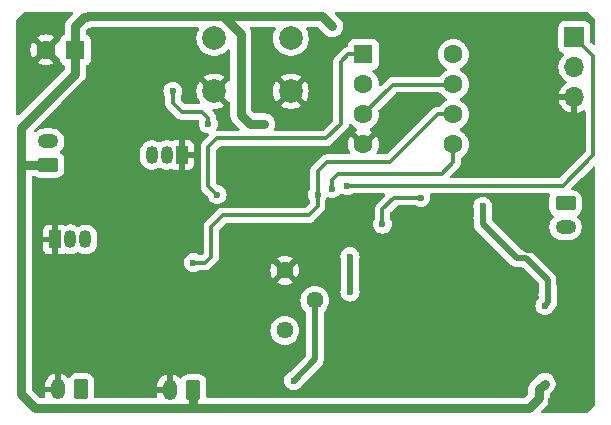
<source format=gbl>
%TF.GenerationSoftware,KiCad,Pcbnew,8.0.0*%
%TF.CreationDate,2024-09-29T18:30:20+09:00*%
%TF.ProjectId,tiny402_sounds_player_V2_0807_,74696e79-3430-4325-9f73-6f756e64735f,rev?*%
%TF.SameCoordinates,Original*%
%TF.FileFunction,Copper,L2,Bot*%
%TF.FilePolarity,Positive*%
%FSLAX46Y46*%
G04 Gerber Fmt 4.6, Leading zero omitted, Abs format (unit mm)*
G04 Created by KiCad (PCBNEW 8.0.0) date 2024-09-29 18:30:20*
%MOMM*%
%LPD*%
G01*
G04 APERTURE LIST*
G04 Aperture macros list*
%AMRoundRect*
0 Rectangle with rounded corners*
0 $1 Rounding radius*
0 $2 $3 $4 $5 $6 $7 $8 $9 X,Y pos of 4 corners*
0 Add a 4 corners polygon primitive as box body*
4,1,4,$2,$3,$4,$5,$6,$7,$8,$9,$2,$3,0*
0 Add four circle primitives for the rounded corners*
1,1,$1+$1,$2,$3*
1,1,$1+$1,$4,$5*
1,1,$1+$1,$6,$7*
1,1,$1+$1,$8,$9*
0 Add four rect primitives between the rounded corners*
20,1,$1+$1,$2,$3,$4,$5,0*
20,1,$1+$1,$4,$5,$6,$7,0*
20,1,$1+$1,$6,$7,$8,$9,0*
20,1,$1+$1,$8,$9,$2,$3,0*%
G04 Aperture macros list end*
%TA.AperFunction,ComponentPad*%
%ADD10RoundRect,0.250000X0.625000X-0.350000X0.625000X0.350000X-0.625000X0.350000X-0.625000X-0.350000X0*%
%TD*%
%TA.AperFunction,ComponentPad*%
%ADD11O,1.750000X1.200000*%
%TD*%
%TA.AperFunction,ComponentPad*%
%ADD12C,1.440000*%
%TD*%
%TA.AperFunction,ComponentPad*%
%ADD13R,1.600000X1.600000*%
%TD*%
%TA.AperFunction,ComponentPad*%
%ADD14C,1.600000*%
%TD*%
%TA.AperFunction,ComponentPad*%
%ADD15R,1.700000X1.700000*%
%TD*%
%TA.AperFunction,ComponentPad*%
%ADD16O,1.700000X1.700000*%
%TD*%
%TA.AperFunction,ComponentPad*%
%ADD17RoundRect,0.250000X0.350000X0.625000X-0.350000X0.625000X-0.350000X-0.625000X0.350000X-0.625000X0*%
%TD*%
%TA.AperFunction,ComponentPad*%
%ADD18O,1.200000X1.750000*%
%TD*%
%TA.AperFunction,ComponentPad*%
%ADD19R,1.050000X1.500000*%
%TD*%
%TA.AperFunction,ComponentPad*%
%ADD20O,1.050000X1.500000*%
%TD*%
%TA.AperFunction,ComponentPad*%
%ADD21C,2.000000*%
%TD*%
%TA.AperFunction,ComponentPad*%
%ADD22RoundRect,0.250000X-0.625000X0.350000X-0.625000X-0.350000X0.625000X-0.350000X0.625000X0.350000X0*%
%TD*%
%TA.AperFunction,ViaPad*%
%ADD23C,0.600000*%
%TD*%
%TA.AperFunction,Conductor*%
%ADD24C,0.300000*%
%TD*%
%TA.AperFunction,Conductor*%
%ADD25C,0.500000*%
%TD*%
%TA.AperFunction,Conductor*%
%ADD26C,0.800000*%
%TD*%
G04 APERTURE END LIST*
D10*
%TO.P,J2,1,Pin_1*%
%TO.N,+3V*%
X103200000Y-78500000D03*
D11*
%TO.P,J2,2,Pin_2*%
%TO.N,Net-(D1-A)*%
X103200000Y-76500000D03*
%TD*%
D12*
%TO.P,RV1,1,1*%
%TO.N,Net-(C6-Pad1)*%
X123237500Y-92500000D03*
%TO.P,RV1,2,2*%
%TO.N,Net-(C8-Pad1)*%
X125777500Y-89960000D03*
%TO.P,RV1,3,3*%
%TO.N,GND*%
X123237500Y-87420000D03*
%TD*%
D13*
%TO.P,C1,1*%
%TO.N,+3V*%
X105500000Y-68750000D03*
D14*
%TO.P,C1,2*%
%TO.N,GND*%
X103000000Y-68750000D03*
%TD*%
D15*
%TO.P,J4,1,Pin_1*%
%TO.N,/UPDI*%
X147750000Y-67670000D03*
D16*
%TO.P,J4,2,Pin_2*%
%TO.N,TG_Vdd*%
X147750000Y-70210000D03*
%TO.P,J4,3,Pin_3*%
%TO.N,GND*%
X147750000Y-72750000D03*
%TD*%
D17*
%TO.P,J6,1,Pin_1*%
%TO.N,Net-(D5-A)*%
X106000000Y-97500000D03*
D18*
%TO.P,J6,2,Pin_2*%
%TO.N,GND*%
X104000000Y-97500000D03*
%TD*%
D17*
%TO.P,J1,1,Pin_1*%
%TO.N,+3V*%
X115500000Y-97550000D03*
D18*
%TO.P,J1,2,Pin_2*%
%TO.N,GND*%
X113500000Y-97550000D03*
%TD*%
D19*
%TO.P,Q3,1,E*%
%TO.N,GND*%
X103800000Y-84800000D03*
D20*
%TO.P,Q3,2,B*%
%TO.N,Net-(D5-A)*%
X105070000Y-84800000D03*
%TO.P,Q3,3,C*%
%TO.N,Net-(Q3-C)*%
X106340000Y-84800000D03*
%TD*%
D21*
%TO.P,SW1,1,1*%
%TO.N,/UPDI*%
X117250000Y-67750000D03*
X123750000Y-67750000D03*
%TO.P,SW1,2,2*%
%TO.N,GND*%
X117250000Y-72250000D03*
X123750000Y-72250000D03*
%TD*%
D22*
%TO.P,J5,1,Pin_1*%
%TO.N,Net-(J5-Pin_1)*%
X147000000Y-81750000D03*
D11*
%TO.P,J5,2,Pin_2*%
%TO.N,Net-(J5-Pin_2)*%
X147000000Y-83750000D03*
%TD*%
D13*
%TO.P,U3,1,~{CS}*%
%TO.N,/{slash}SS*%
X129880000Y-69130000D03*
D14*
%TO.P,U3,2,DO(IO1)*%
%TO.N,Net-(U3-DO(IO1))*%
X129880000Y-71670000D03*
%TO.P,U3,3,~{WP}(IO2)*%
%TO.N,+3V*%
X129880000Y-74210000D03*
%TO.P,U3,4,GND*%
%TO.N,GND*%
X129880000Y-76750000D03*
%TO.P,U3,5,DI(IO0)*%
%TO.N,/MOSI_MISO*%
X137500000Y-76750000D03*
%TO.P,U3,6,CLK*%
%TO.N,/SCK_SW2*%
X137500000Y-74210000D03*
%TO.P,U3,7,~{HOLD}(IO3)*%
%TO.N,+3V*%
X137500000Y-71670000D03*
%TO.P,U3,8,VCC*%
X137500000Y-69130000D03*
%TD*%
D19*
%TO.P,Q1,1,E*%
%TO.N,GND*%
X114520000Y-77640000D03*
D20*
%TO.P,Q1,2,B*%
%TO.N,Net-(Q1-B)*%
X113250000Y-77640000D03*
%TO.P,Q1,3,C*%
%TO.N,Net-(D1-A)*%
X111980000Y-77640000D03*
%TD*%
D23*
%TO.N,GND*%
X103000000Y-66000000D03*
X141500000Y-82000000D03*
X102250000Y-87500000D03*
X146500000Y-89250000D03*
X121250000Y-72250000D03*
X126250000Y-72750000D03*
X145743750Y-98493750D03*
X146487500Y-97750000D03*
X115000000Y-71000000D03*
X141500000Y-82872550D03*
X130500000Y-95000000D03*
X124000000Y-95000000D03*
X103750000Y-86250000D03*
X141500000Y-75250000D03*
X115500000Y-75000000D03*
X141500000Y-76750000D03*
X102000000Y-66000000D03*
X146437500Y-88400000D03*
X115000000Y-70000000D03*
X144000000Y-76000000D03*
X101000000Y-71000000D03*
X115500000Y-75750000D03*
X122750000Y-96000000D03*
X127250000Y-77250000D03*
X101000000Y-72000000D03*
X129250000Y-95000000D03*
%TO.N,+3V*%
X120250000Y-75000000D03*
X121500000Y-75000000D03*
X140000000Y-82000000D03*
X140000000Y-83000000D03*
X145250000Y-97000000D03*
X127250000Y-66750000D03*
X145500000Y-89500000D03*
X145250000Y-90400000D03*
X144750000Y-97500000D03*
%TO.N,Net-(C6-Pad1)*%
X128750000Y-89250000D03*
X128750000Y-86250000D03*
%TO.N,Net-(C8-Pad1)*%
X123987500Y-96750000D03*
%TO.N,/UPDI*%
X128500000Y-80250000D03*
%TO.N,/SCK_SW2*%
X115500000Y-86750000D03*
X126000000Y-81000000D03*
%TO.N,/MOSI_MISO*%
X127250000Y-80500000D03*
%TO.N,/MTR_ON*%
X116750000Y-75000000D03*
X113750000Y-72250000D03*
%TO.N,Net-(U3-DO(IO1))*%
X131500000Y-83500000D03*
X134750000Y-81250000D03*
%TO.N,/{slash}SS*%
X117500000Y-81000000D03*
%TD*%
D24*
%TO.N,+3V*%
X137470000Y-71700000D02*
X137500000Y-71670000D01*
X129880000Y-74210000D02*
X132390000Y-71700000D01*
X132390000Y-71700000D02*
X137470000Y-71700000D01*
D25*
%TO.N,GND*%
X146500000Y-87880025D02*
X146500000Y-89250000D01*
X146487500Y-97750000D02*
X145743750Y-98493750D01*
X146500000Y-89250000D02*
X146500000Y-97750000D01*
X143700000Y-85700000D02*
X144319975Y-85700000D01*
X141500000Y-82872550D02*
X141500000Y-83500000D01*
X141500000Y-83500000D02*
X143700000Y-85700000D01*
X144319975Y-85700000D02*
X146500000Y-87880025D01*
X141500000Y-82872550D02*
X141500000Y-82000000D01*
D26*
%TO.N,+3V*%
X118000000Y-65900000D02*
X126400000Y-65900000D01*
X119500000Y-67400000D02*
X119500000Y-74250000D01*
X100900000Y-97900000D02*
X100900000Y-78000000D01*
X100900000Y-75350000D02*
X103750000Y-72500000D01*
X103750000Y-72500000D02*
X105500000Y-70750000D01*
X115500000Y-99100000D02*
X102100000Y-99100000D01*
D25*
X143650000Y-86400000D02*
X145500000Y-88250000D01*
X145537500Y-89537500D02*
X145500000Y-89500000D01*
D26*
X103200000Y-78500000D02*
X100900000Y-78500000D01*
X106600000Y-65900000D02*
X118000000Y-65900000D01*
D25*
X145537500Y-90112500D02*
X145537500Y-89537500D01*
D26*
X102100000Y-99100000D02*
X100900000Y-97900000D01*
X120250000Y-75000000D02*
X121500000Y-75000000D01*
D25*
X142900000Y-86400000D02*
X143650000Y-86400000D01*
D26*
X119500000Y-74250000D02*
X120250000Y-75000000D01*
X126400000Y-65900000D02*
X127250000Y-66750000D01*
X143900000Y-99100000D02*
X144750000Y-98250000D01*
X115500000Y-99100000D02*
X143900000Y-99100000D01*
X106250000Y-66000000D02*
X106500000Y-66000000D01*
D25*
X145250000Y-90400000D02*
X145537500Y-90112500D01*
D26*
X100900000Y-78500000D02*
X100900000Y-75350000D01*
X115500000Y-97550000D02*
X115500000Y-99100000D01*
X144750000Y-98250000D02*
X144750000Y-97500000D01*
X144750000Y-97500000D02*
X145250000Y-97000000D01*
D25*
X145500000Y-88250000D02*
X145500000Y-89500000D01*
D26*
X105500000Y-70750000D02*
X105500000Y-68750000D01*
X118000000Y-65900000D02*
X119500000Y-67400000D01*
D25*
X140000000Y-82000000D02*
X140000000Y-83500000D01*
D26*
X105500000Y-68750000D02*
X105500000Y-66750000D01*
X106500000Y-66000000D02*
X106600000Y-65900000D01*
X105500000Y-66750000D02*
X106250000Y-66000000D01*
D25*
X140000000Y-83500000D02*
X142900000Y-86400000D01*
%TO.N,Net-(C6-Pad1)*%
X128750000Y-86250000D02*
X128750000Y-89250000D01*
%TO.N,Net-(C8-Pad1)*%
X125777500Y-94960000D02*
X125777500Y-89960000D01*
X123987500Y-96750000D02*
X125777500Y-94960000D01*
D24*
%TO.N,Net-(D5-A)*%
X105070000Y-84180000D02*
X105070000Y-84800000D01*
%TO.N,/UPDI*%
X128500000Y-80250000D02*
X146750000Y-80250000D01*
X149350000Y-69270000D02*
X147750000Y-67670000D01*
X146750000Y-80250000D02*
X149350000Y-77650000D01*
X149350000Y-77650000D02*
X149350000Y-69270000D01*
%TO.N,/SCK_SW2*%
X118000000Y-82750000D02*
X125250000Y-82750000D01*
X126000000Y-82000000D02*
X126000000Y-81000000D01*
X126792893Y-78250000D02*
X126000000Y-79042893D01*
X117000000Y-86250000D02*
X117000000Y-83750000D01*
X117000000Y-83750000D02*
X118000000Y-82750000D01*
X137500000Y-74210000D02*
X136165000Y-74210000D01*
X125250000Y-82750000D02*
X126000000Y-82000000D01*
X115500000Y-86750000D02*
X116500000Y-86750000D01*
X126000000Y-79042893D02*
X126000000Y-81000000D01*
X132125000Y-78250000D02*
X126792893Y-78250000D01*
X116500000Y-86750000D02*
X117000000Y-86250000D01*
X136165000Y-74210000D02*
X132125000Y-78250000D01*
%TO.N,/MOSI_MISO*%
X136500000Y-79250000D02*
X127750000Y-79250000D01*
X127250000Y-79750000D02*
X127250000Y-80500000D01*
X137500000Y-76750000D02*
X137500000Y-78250000D01*
X137500000Y-78250000D02*
X136500000Y-79250000D01*
X127750000Y-79250000D02*
X127250000Y-79750000D01*
%TO.N,/MTR_ON*%
X116750000Y-74500000D02*
X116750000Y-75000000D01*
X116250000Y-74000000D02*
X116750000Y-74500000D01*
X114500000Y-74000000D02*
X116250000Y-74000000D01*
X113750000Y-72250000D02*
X113750000Y-73250000D01*
X113750000Y-73250000D02*
X114500000Y-74000000D01*
%TO.N,Net-(U3-DO(IO1))*%
X132500000Y-81250000D02*
X134750000Y-81250000D01*
X131500000Y-82250000D02*
X132500000Y-81250000D01*
X131500000Y-83500000D02*
X131500000Y-82250000D01*
%TO.N,/{slash}SS*%
X126750000Y-76250000D02*
X128000000Y-75000000D01*
X116750000Y-77000000D02*
X117500000Y-76250000D01*
X128620000Y-69130000D02*
X129880000Y-69130000D01*
X128000000Y-69750000D02*
X128620000Y-69130000D01*
X116750000Y-80250000D02*
X116750000Y-77000000D01*
X128000000Y-75000000D02*
X128000000Y-69750000D01*
X117500000Y-81000000D02*
X116750000Y-80250000D01*
X117500000Y-76250000D02*
X126750000Y-76250000D01*
%TD*%
%TA.AperFunction,Conductor*%
%TO.N,GND*%
G36*
X115915890Y-66820185D02*
G01*
X115961645Y-66872989D01*
X115971589Y-66942147D01*
X115952660Y-66992321D01*
X115925826Y-67033393D01*
X115825936Y-67261118D01*
X115764892Y-67502175D01*
X115764890Y-67502187D01*
X115744357Y-67749994D01*
X115744357Y-67750005D01*
X115764890Y-67997812D01*
X115764892Y-67997824D01*
X115825936Y-68238881D01*
X115925826Y-68466606D01*
X116061833Y-68674782D01*
X116069862Y-68683504D01*
X116230256Y-68857738D01*
X116426491Y-69010474D01*
X116645190Y-69128828D01*
X116880386Y-69209571D01*
X117125665Y-69250500D01*
X117374335Y-69250500D01*
X117619614Y-69209571D01*
X117854810Y-69128828D01*
X118073509Y-69010474D01*
X118269744Y-68857738D01*
X118384271Y-68733328D01*
X118444157Y-68697339D01*
X118513995Y-68699439D01*
X118571611Y-68738963D01*
X118598713Y-68803362D01*
X118599500Y-68817312D01*
X118599500Y-71255666D01*
X118579815Y-71322705D01*
X118527011Y-71368460D01*
X118476868Y-71376682D01*
X117773787Y-72079764D01*
X117762518Y-72037708D01*
X117690110Y-71912292D01*
X117587708Y-71809890D01*
X117462292Y-71737482D01*
X117420235Y-71726212D01*
X118120057Y-71026390D01*
X118120056Y-71026389D01*
X118073229Y-70989943D01*
X117854614Y-70871635D01*
X117854603Y-70871630D01*
X117619493Y-70790916D01*
X117374293Y-70750000D01*
X117125707Y-70750000D01*
X116880506Y-70790916D01*
X116645396Y-70871630D01*
X116645390Y-70871632D01*
X116426761Y-70989949D01*
X116379942Y-71026388D01*
X116379942Y-71026390D01*
X117079765Y-71726212D01*
X117037708Y-71737482D01*
X116912292Y-71809890D01*
X116809890Y-71912292D01*
X116737482Y-72037708D01*
X116726212Y-72079765D01*
X116026564Y-71380116D01*
X115926267Y-71533632D01*
X115826412Y-71761282D01*
X115765387Y-72002261D01*
X115765385Y-72002270D01*
X115744859Y-72249994D01*
X115744859Y-72250005D01*
X115765385Y-72497729D01*
X115765387Y-72497738D01*
X115826412Y-72738717D01*
X115926267Y-72966367D01*
X116051257Y-73157679D01*
X116071444Y-73224568D01*
X116052264Y-73291754D01*
X115999806Y-73337904D01*
X115947448Y-73349500D01*
X114820807Y-73349500D01*
X114753768Y-73329815D01*
X114733126Y-73313181D01*
X114436819Y-73016873D01*
X114403334Y-72955550D01*
X114400500Y-72929192D01*
X114400500Y-72755067D01*
X114419507Y-72689094D01*
X114475788Y-72599524D01*
X114485248Y-72572489D01*
X114535368Y-72429255D01*
X114538284Y-72403377D01*
X114555565Y-72250003D01*
X114555565Y-72249996D01*
X114535369Y-72070750D01*
X114535368Y-72070745D01*
X114523808Y-72037708D01*
X114475789Y-71900478D01*
X114473406Y-71896686D01*
X114418869Y-71809890D01*
X114379816Y-71747738D01*
X114252262Y-71620184D01*
X114191302Y-71581880D01*
X114099523Y-71524211D01*
X113929254Y-71464631D01*
X113929249Y-71464630D01*
X113750004Y-71444435D01*
X113749996Y-71444435D01*
X113570750Y-71464630D01*
X113570745Y-71464631D01*
X113400476Y-71524211D01*
X113247737Y-71620184D01*
X113120184Y-71747737D01*
X113024211Y-71900476D01*
X112964631Y-72070745D01*
X112964630Y-72070750D01*
X112944435Y-72249996D01*
X112944435Y-72250003D01*
X112964630Y-72429249D01*
X112964631Y-72429254D01*
X113024211Y-72599524D01*
X113080493Y-72689094D01*
X113099500Y-72755067D01*
X113099500Y-73314069D01*
X113116693Y-73400500D01*
X113124499Y-73439744D01*
X113173535Y-73558127D01*
X113244723Y-73664669D01*
X113244726Y-73664673D01*
X113244727Y-73664674D01*
X113994724Y-74414669D01*
X114056055Y-74476000D01*
X114085332Y-74505277D01*
X114191866Y-74576461D01*
X114191872Y-74576464D01*
X114191873Y-74576465D01*
X114310256Y-74625501D01*
X114310260Y-74625501D01*
X114310261Y-74625502D01*
X114435928Y-74650500D01*
X114435931Y-74650500D01*
X115849441Y-74650500D01*
X115916480Y-74670185D01*
X115962235Y-74722989D01*
X115972179Y-74792147D01*
X115966484Y-74815451D01*
X115964631Y-74820746D01*
X115944435Y-74999996D01*
X115944435Y-75000003D01*
X115964630Y-75179247D01*
X115964631Y-75179254D01*
X116024211Y-75349523D01*
X116065148Y-75414673D01*
X116120184Y-75502262D01*
X116247738Y-75629816D01*
X116313239Y-75670973D01*
X116396037Y-75722999D01*
X116400478Y-75725789D01*
X116469535Y-75749953D01*
X116570745Y-75785368D01*
X116570750Y-75785369D01*
X116740823Y-75804531D01*
X116805237Y-75831597D01*
X116844792Y-75889192D01*
X116846930Y-75959029D01*
X116814621Y-76015432D01*
X116244727Y-76585325D01*
X116244724Y-76585328D01*
X116193956Y-76661308D01*
X116193957Y-76661309D01*
X116173534Y-76691874D01*
X116124499Y-76810255D01*
X116124497Y-76810261D01*
X116099500Y-76935928D01*
X116099500Y-76935931D01*
X116099500Y-80314069D01*
X116099500Y-80314071D01*
X116099499Y-80314071D01*
X116110662Y-80370184D01*
X116121275Y-80423535D01*
X116124499Y-80439744D01*
X116173535Y-80558127D01*
X116241604Y-80660001D01*
X116244726Y-80664673D01*
X116244727Y-80664674D01*
X116678277Y-81098223D01*
X116711762Y-81159546D01*
X116713815Y-81172012D01*
X116714630Y-81179246D01*
X116714632Y-81179255D01*
X116774210Y-81349521D01*
X116830493Y-81439094D01*
X116870184Y-81502262D01*
X116997738Y-81629816D01*
X117150478Y-81725789D01*
X117320745Y-81785368D01*
X117320750Y-81785369D01*
X117499996Y-81805565D01*
X117500000Y-81805565D01*
X117500004Y-81805565D01*
X117679249Y-81785369D01*
X117679252Y-81785368D01*
X117679255Y-81785368D01*
X117849522Y-81725789D01*
X118002262Y-81629816D01*
X118129816Y-81502262D01*
X118225789Y-81349522D01*
X118285368Y-81179255D01*
X118287589Y-81159546D01*
X118305565Y-81000003D01*
X118305565Y-80999996D01*
X118285369Y-80820750D01*
X118285368Y-80820745D01*
X118280659Y-80807288D01*
X118225789Y-80650478D01*
X118225174Y-80649500D01*
X118150500Y-80530656D01*
X118129816Y-80497738D01*
X118002262Y-80370184D01*
X117912956Y-80314069D01*
X117849521Y-80274210D01*
X117679255Y-80214632D01*
X117679246Y-80214630D01*
X117672012Y-80213815D01*
X117607600Y-80186744D01*
X117598223Y-80178277D01*
X117436819Y-80016873D01*
X117403334Y-79955550D01*
X117400500Y-79929192D01*
X117400500Y-77320807D01*
X117420185Y-77253768D01*
X117436819Y-77233126D01*
X117733126Y-76936819D01*
X117794449Y-76903334D01*
X117820807Y-76900500D01*
X126814071Y-76900500D01*
X126898615Y-76883682D01*
X126939744Y-76875501D01*
X127058127Y-76826465D01*
X127082386Y-76810256D01*
X127082388Y-76810255D01*
X127123747Y-76782620D01*
X127164669Y-76755277D01*
X128505277Y-75414669D01*
X128576465Y-75308127D01*
X128625501Y-75189744D01*
X128627586Y-75179259D01*
X128627587Y-75179259D01*
X128627587Y-75179254D01*
X128646928Y-75082024D01*
X128679315Y-75020115D01*
X128740031Y-74985542D01*
X128809801Y-74989283D01*
X128866472Y-75030151D01*
X128870121Y-75035097D01*
X128879955Y-75049142D01*
X129040858Y-75210045D01*
X129040861Y-75210047D01*
X129227266Y-75340568D01*
X129285865Y-75367893D01*
X129338305Y-75414065D01*
X129357457Y-75481258D01*
X129337242Y-75548139D01*
X129285867Y-75592657D01*
X129227513Y-75619868D01*
X129227512Y-75619868D01*
X129154526Y-75670973D01*
X129154526Y-75670974D01*
X129833553Y-76350000D01*
X129827339Y-76350000D01*
X129725606Y-76377259D01*
X129634394Y-76429920D01*
X129559920Y-76504394D01*
X129507259Y-76595606D01*
X129480000Y-76697339D01*
X129480000Y-76703552D01*
X128800974Y-76024526D01*
X128800973Y-76024526D01*
X128749868Y-76097512D01*
X128749866Y-76097516D01*
X128653734Y-76303673D01*
X128653730Y-76303682D01*
X128594860Y-76523389D01*
X128594858Y-76523400D01*
X128575034Y-76749997D01*
X128575034Y-76750002D01*
X128594858Y-76976599D01*
X128594860Y-76976610D01*
X128653730Y-77196317D01*
X128653734Y-77196326D01*
X128749866Y-77402483D01*
X128749869Y-77402489D01*
X128751191Y-77404376D01*
X128751516Y-77405341D01*
X128752575Y-77407175D01*
X128752206Y-77407387D01*
X128773519Y-77470581D01*
X128756509Y-77538349D01*
X128705562Y-77586162D01*
X128649617Y-77599500D01*
X126728822Y-77599500D01*
X126603154Y-77624497D01*
X126603148Y-77624499D01*
X126484767Y-77673534D01*
X126378219Y-77744726D01*
X126378218Y-77744727D01*
X125494722Y-78628224D01*
X125483182Y-78645497D01*
X125470372Y-78664669D01*
X125470369Y-78664674D01*
X125423534Y-78734766D01*
X125374499Y-78853148D01*
X125374497Y-78853154D01*
X125349500Y-78978821D01*
X125349500Y-80494931D01*
X125330494Y-80560903D01*
X125274211Y-80650477D01*
X125274209Y-80650481D01*
X125214633Y-80820737D01*
X125214630Y-80820750D01*
X125194435Y-80999996D01*
X125194435Y-81000003D01*
X125214630Y-81179249D01*
X125214631Y-81179254D01*
X125274211Y-81349524D01*
X125330493Y-81439094D01*
X125349500Y-81505067D01*
X125349500Y-81679192D01*
X125329815Y-81746231D01*
X125313181Y-81766873D01*
X125016873Y-82063181D01*
X124955550Y-82096666D01*
X124929192Y-82099500D01*
X117935929Y-82099500D01*
X117810261Y-82124497D01*
X117810251Y-82124500D01*
X117761220Y-82144810D01*
X117691881Y-82173530D01*
X117691863Y-82173540D01*
X117585332Y-82244721D01*
X117585325Y-82244727D01*
X116494727Y-83335325D01*
X116494721Y-83335332D01*
X116428440Y-83434529D01*
X116428441Y-83434530D01*
X116423535Y-83441871D01*
X116374499Y-83560255D01*
X116374497Y-83560261D01*
X116349500Y-83685928D01*
X116349500Y-85929192D01*
X116329815Y-85996231D01*
X116313181Y-86016873D01*
X116266873Y-86063181D01*
X116205550Y-86096666D01*
X116179192Y-86099500D01*
X116005068Y-86099500D01*
X115939096Y-86080494D01*
X115849522Y-86024210D01*
X115849518Y-86024209D01*
X115679262Y-85964633D01*
X115679249Y-85964630D01*
X115500004Y-85944435D01*
X115499996Y-85944435D01*
X115320750Y-85964630D01*
X115320745Y-85964631D01*
X115150476Y-86024211D01*
X114997737Y-86120184D01*
X114870184Y-86247737D01*
X114774211Y-86400476D01*
X114714631Y-86570745D01*
X114714630Y-86570750D01*
X114694435Y-86749996D01*
X114694435Y-86750003D01*
X114714630Y-86929249D01*
X114714631Y-86929254D01*
X114774211Y-87099523D01*
X114821256Y-87174394D01*
X114870184Y-87252262D01*
X114997738Y-87379816D01*
X115061694Y-87420002D01*
X115145499Y-87472661D01*
X115150478Y-87475789D01*
X115320739Y-87535366D01*
X115320745Y-87535368D01*
X115320750Y-87535369D01*
X115499996Y-87555565D01*
X115500000Y-87555565D01*
X115500004Y-87555565D01*
X115679249Y-87535369D01*
X115679251Y-87535368D01*
X115679255Y-87535368D01*
X115679258Y-87535366D01*
X115679262Y-87535366D01*
X115769377Y-87503832D01*
X115849522Y-87475789D01*
X115938305Y-87420002D01*
X122012840Y-87420002D01*
X122031444Y-87632654D01*
X122031445Y-87632662D01*
X122086694Y-87838853D01*
X122086697Y-87838859D01*
X122176913Y-88032329D01*
X122215915Y-88088030D01*
X122837500Y-87466445D01*
X122837500Y-87472661D01*
X122864759Y-87574394D01*
X122917420Y-87665606D01*
X122991894Y-87740080D01*
X123083106Y-87792741D01*
X123184839Y-87820000D01*
X123191053Y-87820000D01*
X122569468Y-88441584D01*
X122625163Y-88480582D01*
X122625169Y-88480586D01*
X122818640Y-88570802D01*
X122818646Y-88570805D01*
X123024837Y-88626054D01*
X123024845Y-88626055D01*
X123237498Y-88644660D01*
X123237502Y-88644660D01*
X123450154Y-88626055D01*
X123450162Y-88626054D01*
X123656353Y-88570805D01*
X123656364Y-88570801D01*
X123849825Y-88480589D01*
X123905530Y-88441583D01*
X123283948Y-87820000D01*
X123290161Y-87820000D01*
X123391894Y-87792741D01*
X123483106Y-87740080D01*
X123557580Y-87665606D01*
X123610241Y-87574394D01*
X123637500Y-87472661D01*
X123637500Y-87466446D01*
X124259083Y-88088029D01*
X124298089Y-88032325D01*
X124388301Y-87838864D01*
X124388305Y-87838853D01*
X124443554Y-87632662D01*
X124443555Y-87632654D01*
X124462160Y-87420002D01*
X124462160Y-87419997D01*
X124443555Y-87207345D01*
X124443554Y-87207337D01*
X124388305Y-87001146D01*
X124388302Y-87001140D01*
X124298086Y-86807669D01*
X124298082Y-86807663D01*
X124259084Y-86751968D01*
X123637500Y-87373552D01*
X123637500Y-87367339D01*
X123610241Y-87265606D01*
X123557580Y-87174394D01*
X123483106Y-87099920D01*
X123391894Y-87047259D01*
X123290161Y-87020000D01*
X123283947Y-87020000D01*
X123905530Y-86398415D01*
X123849829Y-86359413D01*
X123656359Y-86269197D01*
X123656353Y-86269194D01*
X123450162Y-86213945D01*
X123450154Y-86213944D01*
X123237502Y-86195340D01*
X123237498Y-86195340D01*
X123024845Y-86213944D01*
X123024837Y-86213945D01*
X122818646Y-86269194D01*
X122818640Y-86269197D01*
X122625171Y-86359412D01*
X122625169Y-86359413D01*
X122569469Y-86398415D01*
X122569468Y-86398415D01*
X123191054Y-87020000D01*
X123184839Y-87020000D01*
X123083106Y-87047259D01*
X122991894Y-87099920D01*
X122917420Y-87174394D01*
X122864759Y-87265606D01*
X122837500Y-87367339D01*
X122837500Y-87373553D01*
X122215915Y-86751968D01*
X122215915Y-86751969D01*
X122176913Y-86807669D01*
X122176912Y-86807671D01*
X122086697Y-87001140D01*
X122086694Y-87001146D01*
X122031445Y-87207337D01*
X122031444Y-87207345D01*
X122012840Y-87419997D01*
X122012840Y-87420002D01*
X115938305Y-87420002D01*
X115939096Y-87419505D01*
X116005068Y-87400500D01*
X116564071Y-87400500D01*
X116648615Y-87383682D01*
X116689744Y-87375501D01*
X116808127Y-87326465D01*
X116914669Y-87255277D01*
X117505277Y-86664669D01*
X117576465Y-86558127D01*
X117577958Y-86554523D01*
X117625501Y-86439744D01*
X117641480Y-86359413D01*
X117650500Y-86314071D01*
X117650500Y-84070808D01*
X117670185Y-84003769D01*
X117686819Y-83983127D01*
X118233127Y-83436819D01*
X118294450Y-83403334D01*
X118320808Y-83400500D01*
X125314071Y-83400500D01*
X125398615Y-83383682D01*
X125439744Y-83375501D01*
X125558127Y-83326465D01*
X125590966Y-83304523D01*
X125597778Y-83299972D01*
X125629311Y-83278902D01*
X125664669Y-83255277D01*
X126505276Y-82414669D01*
X126576465Y-82308127D01*
X126625501Y-82189744D01*
X126625501Y-82189740D01*
X126625503Y-82189737D01*
X126630482Y-82164706D01*
X126630482Y-82164705D01*
X126650500Y-82064071D01*
X126650500Y-81505067D01*
X126669507Y-81439094D01*
X126725490Y-81349998D01*
X126725789Y-81349522D01*
X126742463Y-81301869D01*
X126783184Y-81245094D01*
X126848137Y-81219346D01*
X126900460Y-81225783D01*
X127070737Y-81285366D01*
X127070743Y-81285367D01*
X127070745Y-81285368D01*
X127070746Y-81285368D01*
X127070750Y-81285369D01*
X127249996Y-81305565D01*
X127250000Y-81305565D01*
X127250004Y-81305565D01*
X127429249Y-81285369D01*
X127429252Y-81285368D01*
X127429255Y-81285368D01*
X127599522Y-81225789D01*
X127752262Y-81129816D01*
X127879816Y-81002262D01*
X127902382Y-80966348D01*
X127954716Y-80920056D01*
X128023769Y-80909407D01*
X128073348Y-80927325D01*
X128146021Y-80972989D01*
X128150478Y-80975789D01*
X128320739Y-81035366D01*
X128320745Y-81035368D01*
X128320750Y-81035369D01*
X128499996Y-81055565D01*
X128500000Y-81055565D01*
X128500004Y-81055565D01*
X128679249Y-81035369D01*
X128679251Y-81035368D01*
X128679255Y-81035368D01*
X128679258Y-81035366D01*
X128679262Y-81035366D01*
X128769377Y-81003832D01*
X128849522Y-80975789D01*
X128939096Y-80919505D01*
X129005068Y-80900500D01*
X131630192Y-80900500D01*
X131697231Y-80920185D01*
X131742986Y-80972989D01*
X131752930Y-81042147D01*
X131723905Y-81105703D01*
X131717873Y-81112181D01*
X130994727Y-81835325D01*
X130994724Y-81835328D01*
X130934085Y-81926083D01*
X130923535Y-81941871D01*
X130874499Y-82060255D01*
X130874497Y-82060261D01*
X130849500Y-82185928D01*
X130849500Y-82994931D01*
X130830494Y-83060903D01*
X130774211Y-83150477D01*
X130774209Y-83150481D01*
X130714633Y-83320737D01*
X130714630Y-83320750D01*
X130694435Y-83499996D01*
X130694435Y-83500003D01*
X130714630Y-83679249D01*
X130714631Y-83679254D01*
X130774211Y-83849523D01*
X130855204Y-83978421D01*
X130870184Y-84002262D01*
X130997738Y-84129816D01*
X131150478Y-84225789D01*
X131293607Y-84275872D01*
X131320745Y-84285368D01*
X131320750Y-84285369D01*
X131499996Y-84305565D01*
X131500000Y-84305565D01*
X131500004Y-84305565D01*
X131679249Y-84285369D01*
X131679252Y-84285368D01*
X131679255Y-84285368D01*
X131849522Y-84225789D01*
X132002262Y-84129816D01*
X132129816Y-84002262D01*
X132225789Y-83849522D01*
X132285368Y-83679255D01*
X132286837Y-83666217D01*
X132305565Y-83500003D01*
X132305565Y-83499996D01*
X132285369Y-83320750D01*
X132285366Y-83320737D01*
X132225790Y-83150481D01*
X132225789Y-83150478D01*
X132204008Y-83115814D01*
X132169506Y-83060903D01*
X132151961Y-83000003D01*
X139194435Y-83000003D01*
X139214630Y-83179249D01*
X139214631Y-83179254D01*
X139242542Y-83259017D01*
X139249500Y-83299972D01*
X139249500Y-83573918D01*
X139249500Y-83573920D01*
X139249499Y-83573920D01*
X139278340Y-83718907D01*
X139278343Y-83718917D01*
X139334914Y-83855492D01*
X139367812Y-83904727D01*
X139367813Y-83904730D01*
X139417046Y-83978414D01*
X139417052Y-83978421D01*
X142421580Y-86982948D01*
X142421584Y-86982951D01*
X142544498Y-87065080D01*
X142544511Y-87065087D01*
X142681082Y-87121656D01*
X142681087Y-87121658D01*
X142681091Y-87121658D01*
X142681092Y-87121659D01*
X142826079Y-87150500D01*
X142826082Y-87150500D01*
X142973917Y-87150500D01*
X143287770Y-87150500D01*
X143354809Y-87170185D01*
X143375451Y-87186819D01*
X144713181Y-88524548D01*
X144746666Y-88585871D01*
X144749500Y-88612229D01*
X144749500Y-89200028D01*
X144742542Y-89240982D01*
X144714631Y-89320747D01*
X144694435Y-89499996D01*
X144694435Y-89500003D01*
X144714631Y-89679253D01*
X144721050Y-89697599D01*
X144724610Y-89767378D01*
X144691689Y-89826230D01*
X144620187Y-89897733D01*
X144620186Y-89897734D01*
X144524211Y-90050476D01*
X144464631Y-90220745D01*
X144464630Y-90220750D01*
X144444435Y-90399996D01*
X144444435Y-90400003D01*
X144464630Y-90579249D01*
X144464631Y-90579254D01*
X144524211Y-90749523D01*
X144617838Y-90898529D01*
X144620184Y-90902262D01*
X144747738Y-91029816D01*
X144900478Y-91125789D01*
X145070745Y-91185368D01*
X145070750Y-91185369D01*
X145249996Y-91205565D01*
X145250000Y-91205565D01*
X145250004Y-91205565D01*
X145429249Y-91185369D01*
X145429252Y-91185368D01*
X145429255Y-91185368D01*
X145599522Y-91125789D01*
X145752262Y-91029816D01*
X145879816Y-90902262D01*
X145975789Y-90749522D01*
X145975792Y-90749510D01*
X145978810Y-90743248D01*
X145980650Y-90744134D01*
X146003303Y-90708063D01*
X146120451Y-90590916D01*
X146202584Y-90467995D01*
X146259158Y-90331413D01*
X146288000Y-90186418D01*
X146288000Y-90038583D01*
X146288000Y-89662855D01*
X146288780Y-89648971D01*
X146305565Y-89500002D01*
X146305565Y-89499997D01*
X146293446Y-89392447D01*
X146285368Y-89320745D01*
X146257458Y-89240982D01*
X146250500Y-89200028D01*
X146250500Y-88176079D01*
X146221659Y-88031092D01*
X146221658Y-88031091D01*
X146221658Y-88031087D01*
X146221656Y-88031082D01*
X146165087Y-87894511D01*
X146165080Y-87894498D01*
X146082952Y-87771585D01*
X146051447Y-87740080D01*
X145978416Y-87667049D01*
X145518704Y-87207337D01*
X144128421Y-85817052D01*
X144128414Y-85817046D01*
X144054729Y-85767812D01*
X144054729Y-85767813D01*
X144005491Y-85734913D01*
X143868917Y-85678343D01*
X143868907Y-85678340D01*
X143723920Y-85649500D01*
X143723918Y-85649500D01*
X143262229Y-85649500D01*
X143195190Y-85629815D01*
X143174548Y-85613181D01*
X140823062Y-83261694D01*
X140789577Y-83200371D01*
X140787523Y-83160129D01*
X140805565Y-83000002D01*
X140805565Y-82999996D01*
X140785368Y-82820747D01*
X140785368Y-82820745D01*
X140757458Y-82740982D01*
X140750500Y-82700028D01*
X140750500Y-82299972D01*
X140757458Y-82259017D01*
X140759634Y-82252799D01*
X140785368Y-82179255D01*
X140786013Y-82173530D01*
X140805565Y-82000003D01*
X140805565Y-81999996D01*
X140785369Y-81820750D01*
X140785368Y-81820745D01*
X140725788Y-81650476D01*
X140634421Y-81505067D01*
X140629816Y-81497738D01*
X140502262Y-81370184D01*
X140470125Y-81349991D01*
X140349523Y-81274211D01*
X140179254Y-81214631D01*
X140179249Y-81214630D01*
X140000004Y-81194435D01*
X139999996Y-81194435D01*
X139820750Y-81214630D01*
X139820745Y-81214631D01*
X139650476Y-81274211D01*
X139497737Y-81370184D01*
X139370184Y-81497737D01*
X139274211Y-81650476D01*
X139214631Y-81820745D01*
X139214630Y-81820750D01*
X139194435Y-81999996D01*
X139194435Y-82000003D01*
X139214630Y-82179249D01*
X139214631Y-82179254D01*
X139242542Y-82259017D01*
X139249500Y-82299972D01*
X139249500Y-82700028D01*
X139242542Y-82740982D01*
X139214631Y-82820747D01*
X139194435Y-82999996D01*
X139194435Y-83000003D01*
X132151961Y-83000003D01*
X132150500Y-82994931D01*
X132150500Y-82570808D01*
X132170185Y-82503769D01*
X132186819Y-82483127D01*
X132733127Y-81936819D01*
X132794450Y-81903334D01*
X132820808Y-81900500D01*
X134244932Y-81900500D01*
X134310904Y-81919506D01*
X134400477Y-81975789D01*
X134400481Y-81975790D01*
X134570737Y-82035366D01*
X134570743Y-82035367D01*
X134570745Y-82035368D01*
X134570746Y-82035368D01*
X134570750Y-82035369D01*
X134749996Y-82055565D01*
X134750000Y-82055565D01*
X134750004Y-82055565D01*
X134929249Y-82035369D01*
X134929252Y-82035368D01*
X134929255Y-82035368D01*
X135099522Y-81975789D01*
X135252262Y-81879816D01*
X135379816Y-81752262D01*
X135475789Y-81599522D01*
X135535368Y-81429255D01*
X135544300Y-81349980D01*
X135555565Y-81250003D01*
X135555565Y-81249996D01*
X135535369Y-81070750D01*
X135535367Y-81070742D01*
X135533517Y-81065454D01*
X135529956Y-80995675D01*
X135564685Y-80935048D01*
X135626678Y-80902821D01*
X135650559Y-80900500D01*
X145579558Y-80900500D01*
X145646597Y-80920185D01*
X145692352Y-80972989D01*
X145702296Y-81042147D01*
X145691941Y-81076903D01*
X145690186Y-81080665D01*
X145673899Y-81129816D01*
X145635001Y-81247203D01*
X145635001Y-81247204D01*
X145635000Y-81247204D01*
X145624500Y-81349983D01*
X145624500Y-82150001D01*
X145624501Y-82150019D01*
X145635000Y-82252796D01*
X145635001Y-82252799D01*
X145688640Y-82414668D01*
X145690186Y-82419334D01*
X145782288Y-82568656D01*
X145906344Y-82692712D01*
X145952364Y-82721097D01*
X145970543Y-82732310D01*
X146017268Y-82784258D01*
X146028489Y-82853221D01*
X146000646Y-82917303D01*
X145993128Y-82925530D01*
X145885585Y-83033073D01*
X145783768Y-83173211D01*
X145705128Y-83327552D01*
X145651597Y-83492302D01*
X145632892Y-83610405D01*
X145624500Y-83663389D01*
X145624500Y-83836611D01*
X145627491Y-83855495D01*
X145650736Y-84002262D01*
X145651598Y-84007701D01*
X145705127Y-84172445D01*
X145783768Y-84326788D01*
X145885586Y-84466928D01*
X146008072Y-84589414D01*
X146148212Y-84691232D01*
X146302555Y-84769873D01*
X146467299Y-84823402D01*
X146638389Y-84850500D01*
X146638390Y-84850500D01*
X147361610Y-84850500D01*
X147361611Y-84850500D01*
X147532701Y-84823402D01*
X147697445Y-84769873D01*
X147851788Y-84691232D01*
X147991928Y-84589414D01*
X148114414Y-84466928D01*
X148216232Y-84326788D01*
X148294873Y-84172445D01*
X148348402Y-84007701D01*
X148375500Y-83836611D01*
X148375500Y-83663389D01*
X148348402Y-83492299D01*
X148294873Y-83327555D01*
X148216232Y-83173212D01*
X148114414Y-83033072D01*
X148006872Y-82925530D01*
X147973387Y-82864207D01*
X147978371Y-82794515D01*
X148020243Y-82738582D01*
X148029457Y-82732310D01*
X148047636Y-82721097D01*
X148093656Y-82692712D01*
X148217712Y-82568656D01*
X148309814Y-82419334D01*
X148364999Y-82252797D01*
X148375500Y-82150009D01*
X148375499Y-81349992D01*
X148364999Y-81247203D01*
X148309814Y-81080666D01*
X148217712Y-80931344D01*
X148093656Y-80807288D01*
X147944334Y-80715186D01*
X147777797Y-80660001D01*
X147777795Y-80660000D01*
X147675016Y-80649500D01*
X147675009Y-80649500D01*
X147569807Y-80649500D01*
X147502768Y-80629815D01*
X147457013Y-80577011D01*
X147447069Y-80507853D01*
X147476094Y-80444297D01*
X147482126Y-80437819D01*
X148356764Y-79563181D01*
X149287820Y-78632124D01*
X149349142Y-78598641D01*
X149418834Y-78603625D01*
X149474767Y-78645497D01*
X149499184Y-78710961D01*
X149499500Y-78719807D01*
X149499500Y-98741324D01*
X149479815Y-98808363D01*
X149463181Y-98829005D01*
X148829005Y-99463181D01*
X148767682Y-99496666D01*
X148741324Y-99499500D01*
X145073362Y-99499500D01*
X145006323Y-99479815D01*
X144960568Y-99427011D01*
X144950624Y-99357853D01*
X144979649Y-99294297D01*
X144985681Y-99287819D01*
X145449461Y-98824038D01*
X145449460Y-98824038D01*
X145449464Y-98824035D01*
X145520507Y-98717712D01*
X145548013Y-98676547D01*
X145579927Y-98599500D01*
X145615895Y-98512666D01*
X145650500Y-98338691D01*
X145650500Y-98161308D01*
X145650500Y-97924361D01*
X145670185Y-97857322D01*
X145686819Y-97836680D01*
X145949461Y-97574038D01*
X145949464Y-97574035D01*
X146048013Y-97426546D01*
X146115895Y-97262666D01*
X146150500Y-97088692D01*
X146150500Y-96911308D01*
X146115895Y-96737334D01*
X146048013Y-96573453D01*
X146048012Y-96573452D01*
X146048009Y-96573446D01*
X145949464Y-96425964D01*
X145949461Y-96425960D01*
X145824039Y-96300538D01*
X145824035Y-96300535D01*
X145676553Y-96201990D01*
X145676544Y-96201985D01*
X145512666Y-96134105D01*
X145512658Y-96134103D01*
X145338696Y-96099500D01*
X145338692Y-96099500D01*
X145161308Y-96099500D01*
X145161303Y-96099500D01*
X144987341Y-96134103D01*
X144987333Y-96134105D01*
X144823457Y-96201985D01*
X144823447Y-96201990D01*
X144675965Y-96300535D01*
X144675961Y-96300538D01*
X144050540Y-96925958D01*
X144050534Y-96925965D01*
X144017127Y-96975964D01*
X144017127Y-96975965D01*
X143989431Y-97017415D01*
X143951987Y-97073452D01*
X143920083Y-97150477D01*
X143920083Y-97150478D01*
X143884105Y-97237334D01*
X143884103Y-97237340D01*
X143855763Y-97379814D01*
X143855764Y-97379815D01*
X143849500Y-97411309D01*
X143849500Y-97825638D01*
X143829815Y-97892677D01*
X143813181Y-97913319D01*
X143563319Y-98163181D01*
X143501996Y-98196666D01*
X143475638Y-98199500D01*
X116724500Y-98199500D01*
X116657461Y-98179815D01*
X116611706Y-98127011D01*
X116600500Y-98075500D01*
X116600499Y-96874998D01*
X116600498Y-96874981D01*
X116589999Y-96772203D01*
X116589998Y-96772200D01*
X116582643Y-96750003D01*
X123181935Y-96750003D01*
X123202130Y-96929249D01*
X123202131Y-96929254D01*
X123261711Y-97099523D01*
X123309137Y-97175000D01*
X123357684Y-97252262D01*
X123485238Y-97379816D01*
X123525724Y-97405255D01*
X123637737Y-97475638D01*
X123637978Y-97475789D01*
X123784331Y-97527000D01*
X123808245Y-97535368D01*
X123808250Y-97535369D01*
X123987496Y-97555565D01*
X123987500Y-97555565D01*
X123987504Y-97555565D01*
X124166749Y-97535369D01*
X124166752Y-97535368D01*
X124166755Y-97535368D01*
X124337022Y-97475789D01*
X124489762Y-97379816D01*
X124617316Y-97252262D01*
X124713289Y-97099522D01*
X124713292Y-97099510D01*
X124716310Y-97093248D01*
X124718150Y-97094134D01*
X124740805Y-97058061D01*
X126360451Y-95438416D01*
X126442584Y-95315495D01*
X126499158Y-95178913D01*
X126528000Y-95033918D01*
X126528000Y-94886083D01*
X126528000Y-90986911D01*
X126547685Y-90919872D01*
X126564319Y-90899230D01*
X126716027Y-90747521D01*
X126716029Y-90747519D01*
X126838521Y-90572581D01*
X126928776Y-90379030D01*
X126984049Y-90172747D01*
X127002662Y-89960000D01*
X126984049Y-89747253D01*
X126928776Y-89540970D01*
X126838521Y-89347419D01*
X126770310Y-89250003D01*
X127944435Y-89250003D01*
X127964630Y-89429249D01*
X127964631Y-89429254D01*
X128024211Y-89599523D01*
X128085837Y-89697599D01*
X128120184Y-89752262D01*
X128247738Y-89879816D01*
X128276261Y-89897738D01*
X128375351Y-89960001D01*
X128400478Y-89975789D01*
X128570745Y-90035368D01*
X128570750Y-90035369D01*
X128749996Y-90055565D01*
X128750000Y-90055565D01*
X128750004Y-90055565D01*
X128929249Y-90035369D01*
X128929252Y-90035368D01*
X128929255Y-90035368D01*
X129099522Y-89975789D01*
X129252262Y-89879816D01*
X129379816Y-89752262D01*
X129475789Y-89599522D01*
X129535368Y-89429255D01*
X129535369Y-89429249D01*
X129555565Y-89250003D01*
X129555565Y-89249996D01*
X129535368Y-89070747D01*
X129535368Y-89070745D01*
X129507458Y-88990982D01*
X129500500Y-88950028D01*
X129500500Y-86549972D01*
X129507458Y-86509017D01*
X129535368Y-86429255D01*
X129535369Y-86429249D01*
X129555565Y-86250003D01*
X129555565Y-86249996D01*
X129535369Y-86070750D01*
X129535368Y-86070745D01*
X129525869Y-86043598D01*
X129475789Y-85900478D01*
X129462981Y-85880095D01*
X129379815Y-85747737D01*
X129252262Y-85620184D01*
X129099523Y-85524211D01*
X128929254Y-85464631D01*
X128929249Y-85464630D01*
X128750004Y-85444435D01*
X128749996Y-85444435D01*
X128570750Y-85464630D01*
X128570745Y-85464631D01*
X128400476Y-85524211D01*
X128247737Y-85620184D01*
X128120184Y-85747737D01*
X128024211Y-85900476D01*
X127964631Y-86070745D01*
X127964630Y-86070750D01*
X127944435Y-86249996D01*
X127944435Y-86250003D01*
X127964630Y-86429249D01*
X127964631Y-86429254D01*
X127992542Y-86509017D01*
X127999500Y-86549972D01*
X127999500Y-88950028D01*
X127992542Y-88990982D01*
X127964631Y-89070747D01*
X127944435Y-89249996D01*
X127944435Y-89250003D01*
X126770310Y-89250003D01*
X126716029Y-89172481D01*
X126716027Y-89172478D01*
X126565021Y-89021472D01*
X126390078Y-88898977D01*
X126390079Y-88898977D01*
X126261047Y-88838809D01*
X126196530Y-88808724D01*
X126196526Y-88808723D01*
X126196522Y-88808721D01*
X125990252Y-88753452D01*
X125990248Y-88753451D01*
X125990247Y-88753451D01*
X125990246Y-88753450D01*
X125990241Y-88753450D01*
X125777502Y-88734838D01*
X125777498Y-88734838D01*
X125564758Y-88753450D01*
X125564747Y-88753452D01*
X125358477Y-88808721D01*
X125358468Y-88808725D01*
X125164921Y-88898977D01*
X124989978Y-89021472D01*
X124838972Y-89172478D01*
X124716477Y-89347421D01*
X124626225Y-89540968D01*
X124626221Y-89540977D01*
X124570952Y-89747247D01*
X124570950Y-89747258D01*
X124552338Y-89959998D01*
X124552338Y-89960001D01*
X124570950Y-90172741D01*
X124570952Y-90172752D01*
X124626221Y-90379022D01*
X124626223Y-90379026D01*
X124626224Y-90379030D01*
X124636001Y-90399996D01*
X124716477Y-90572578D01*
X124716478Y-90572580D01*
X124716479Y-90572581D01*
X124721152Y-90579255D01*
X124838972Y-90747521D01*
X124990681Y-90899230D01*
X125024166Y-90960553D01*
X125027000Y-90986911D01*
X125027000Y-94597769D01*
X125007315Y-94664808D01*
X124990681Y-94685450D01*
X123679437Y-95996693D01*
X123643373Y-96019370D01*
X123644250Y-96021191D01*
X123637975Y-96024212D01*
X123485237Y-96120184D01*
X123357684Y-96247737D01*
X123261711Y-96400476D01*
X123202131Y-96570745D01*
X123202130Y-96570750D01*
X123181935Y-96749996D01*
X123181935Y-96750003D01*
X116582643Y-96750003D01*
X116578447Y-96737341D01*
X116534814Y-96605666D01*
X116442712Y-96456344D01*
X116318656Y-96332288D01*
X116169334Y-96240186D01*
X116002797Y-96185001D01*
X116002795Y-96185000D01*
X115900010Y-96174500D01*
X115099998Y-96174500D01*
X115099980Y-96174501D01*
X114997203Y-96185000D01*
X114997200Y-96185001D01*
X114830668Y-96240185D01*
X114830663Y-96240187D01*
X114681342Y-96332289D01*
X114557289Y-96456342D01*
X114557288Y-96456344D01*
X114519441Y-96517705D01*
X114517420Y-96520981D01*
X114465472Y-96567705D01*
X114396509Y-96578928D01*
X114332427Y-96551084D01*
X114324200Y-96543565D01*
X114216602Y-96435967D01*
X114076524Y-96334195D01*
X113922257Y-96255591D01*
X113757589Y-96202087D01*
X113757581Y-96202085D01*
X113750000Y-96200884D01*
X113750000Y-97269670D01*
X113730255Y-97249925D01*
X113644745Y-97200556D01*
X113549370Y-97175000D01*
X113450630Y-97175000D01*
X113355255Y-97200556D01*
X113269745Y-97249925D01*
X113250000Y-97269670D01*
X113250000Y-96200884D01*
X113249999Y-96200884D01*
X113242418Y-96202085D01*
X113242410Y-96202087D01*
X113077742Y-96255591D01*
X112923475Y-96334195D01*
X112783397Y-96435967D01*
X112660967Y-96558397D01*
X112559195Y-96698475D01*
X112480591Y-96852742D01*
X112427085Y-97017415D01*
X112400000Y-97188428D01*
X112400000Y-97300000D01*
X113219670Y-97300000D01*
X113199925Y-97319745D01*
X113150556Y-97405255D01*
X113125000Y-97500630D01*
X113125000Y-97599370D01*
X113150556Y-97694745D01*
X113199925Y-97780255D01*
X113219670Y-97800000D01*
X112400000Y-97800000D01*
X112400000Y-97911570D01*
X112422892Y-98056102D01*
X112413938Y-98125395D01*
X112368942Y-98178847D01*
X112302190Y-98199487D01*
X112300419Y-98199500D01*
X107224500Y-98199500D01*
X107157461Y-98179815D01*
X107111706Y-98127011D01*
X107100500Y-98075500D01*
X107100499Y-96824998D01*
X107100498Y-96824981D01*
X107089999Y-96722203D01*
X107089998Y-96722200D01*
X107042522Y-96578928D01*
X107034814Y-96555666D01*
X106942712Y-96406344D01*
X106818656Y-96282288D01*
X106688629Y-96202087D01*
X106669336Y-96190187D01*
X106669331Y-96190185D01*
X106653684Y-96185000D01*
X106502797Y-96135001D01*
X106502795Y-96135000D01*
X106400010Y-96124500D01*
X105599998Y-96124500D01*
X105599980Y-96124501D01*
X105497203Y-96135000D01*
X105497200Y-96135001D01*
X105330668Y-96190185D01*
X105330663Y-96190187D01*
X105181342Y-96282289D01*
X105057289Y-96406342D01*
X105017420Y-96470981D01*
X104965472Y-96517705D01*
X104896509Y-96528928D01*
X104832427Y-96501084D01*
X104824200Y-96493565D01*
X104716602Y-96385967D01*
X104576524Y-96284195D01*
X104422257Y-96205591D01*
X104257589Y-96152087D01*
X104257581Y-96152085D01*
X104250000Y-96150884D01*
X104250000Y-97219670D01*
X104230255Y-97199925D01*
X104144745Y-97150556D01*
X104049370Y-97125000D01*
X103950630Y-97125000D01*
X103855255Y-97150556D01*
X103769745Y-97199925D01*
X103750000Y-97219670D01*
X103750000Y-96150884D01*
X103749999Y-96150884D01*
X103742418Y-96152085D01*
X103742410Y-96152087D01*
X103577742Y-96205591D01*
X103423475Y-96284195D01*
X103283397Y-96385967D01*
X103160967Y-96508397D01*
X103059195Y-96648475D01*
X102980591Y-96802742D01*
X102927085Y-96967415D01*
X102900000Y-97138428D01*
X102900000Y-97250000D01*
X103719670Y-97250000D01*
X103699925Y-97269745D01*
X103650556Y-97355255D01*
X103625000Y-97450630D01*
X103625000Y-97549370D01*
X103650556Y-97644745D01*
X103699925Y-97730255D01*
X103719670Y-97750000D01*
X102900000Y-97750000D01*
X102900000Y-97861571D01*
X102927086Y-98032585D01*
X102927088Y-98032593D01*
X102928580Y-98037186D01*
X102930573Y-98107027D01*
X102894491Y-98166859D01*
X102831789Y-98197685D01*
X102810648Y-98199500D01*
X102524361Y-98199500D01*
X102457322Y-98179815D01*
X102436680Y-98163181D01*
X101836819Y-97563319D01*
X101803334Y-97501996D01*
X101800500Y-97475638D01*
X101800500Y-92500001D01*
X122012338Y-92500001D01*
X122030950Y-92712741D01*
X122030952Y-92712752D01*
X122086221Y-92919022D01*
X122086223Y-92919026D01*
X122086224Y-92919030D01*
X122128671Y-93010058D01*
X122176477Y-93112578D01*
X122298972Y-93287521D01*
X122449978Y-93438527D01*
X122449981Y-93438529D01*
X122624919Y-93561021D01*
X122624921Y-93561022D01*
X122624920Y-93561022D01*
X122689436Y-93591106D01*
X122818470Y-93651276D01*
X123024753Y-93706549D01*
X123176715Y-93719844D01*
X123237498Y-93725162D01*
X123237500Y-93725162D01*
X123237502Y-93725162D01*
X123290686Y-93720508D01*
X123450247Y-93706549D01*
X123656530Y-93651276D01*
X123850081Y-93561021D01*
X124025019Y-93438529D01*
X124176029Y-93287519D01*
X124298521Y-93112581D01*
X124388776Y-92919030D01*
X124444049Y-92712747D01*
X124462662Y-92500000D01*
X124444049Y-92287253D01*
X124388776Y-92080970D01*
X124298521Y-91887419D01*
X124176029Y-91712481D01*
X124176027Y-91712478D01*
X124025021Y-91561472D01*
X123850078Y-91438977D01*
X123850079Y-91438977D01*
X123721047Y-91378809D01*
X123656530Y-91348724D01*
X123656526Y-91348723D01*
X123656522Y-91348721D01*
X123450252Y-91293452D01*
X123450248Y-91293451D01*
X123450247Y-91293451D01*
X123450246Y-91293450D01*
X123450241Y-91293450D01*
X123237502Y-91274838D01*
X123237498Y-91274838D01*
X123024758Y-91293450D01*
X123024747Y-91293452D01*
X122818477Y-91348721D01*
X122818468Y-91348725D01*
X122624921Y-91438977D01*
X122449978Y-91561472D01*
X122298972Y-91712478D01*
X122176477Y-91887421D01*
X122086225Y-92080968D01*
X122086221Y-92080977D01*
X122030952Y-92287247D01*
X122030950Y-92287258D01*
X122012338Y-92499998D01*
X122012338Y-92500001D01*
X101800500Y-92500001D01*
X101800500Y-85597844D01*
X102775000Y-85597844D01*
X102781401Y-85657372D01*
X102781403Y-85657379D01*
X102831645Y-85792086D01*
X102831649Y-85792093D01*
X102917809Y-85907187D01*
X102917812Y-85907190D01*
X103032906Y-85993350D01*
X103032913Y-85993354D01*
X103167620Y-86043596D01*
X103167627Y-86043598D01*
X103227155Y-86049999D01*
X103227172Y-86050000D01*
X103550000Y-86050000D01*
X103550000Y-85080330D01*
X103569745Y-85100075D01*
X103655255Y-85149444D01*
X103750630Y-85175000D01*
X103849370Y-85175000D01*
X103944745Y-85149444D01*
X104030255Y-85100075D01*
X104044500Y-85085830D01*
X104044500Y-85126002D01*
X104047617Y-85141671D01*
X104050000Y-85165865D01*
X104050000Y-86050000D01*
X104372828Y-86050000D01*
X104372844Y-86049999D01*
X104432372Y-86043598D01*
X104432376Y-86043597D01*
X104567089Y-85993352D01*
X104567896Y-85992748D01*
X104568845Y-85992393D01*
X104574876Y-85989101D01*
X104575349Y-85989967D01*
X104633360Y-85968329D01*
X104689661Y-85977451D01*
X104770873Y-86011091D01*
X104934288Y-86043596D01*
X104968992Y-86050499D01*
X104968996Y-86050500D01*
X104968997Y-86050500D01*
X105171004Y-86050500D01*
X105171005Y-86050499D01*
X105369127Y-86011091D01*
X105555756Y-85933786D01*
X105636110Y-85880094D01*
X105702786Y-85859217D01*
X105770166Y-85877701D01*
X105773865Y-85880078D01*
X105854244Y-85933786D01*
X106040873Y-86011091D01*
X106204288Y-86043596D01*
X106238992Y-86050499D01*
X106238996Y-86050500D01*
X106238997Y-86050500D01*
X106441004Y-86050500D01*
X106441005Y-86050499D01*
X106639127Y-86011091D01*
X106825756Y-85933786D01*
X106993718Y-85821558D01*
X107136558Y-85678718D01*
X107248786Y-85510756D01*
X107326091Y-85324127D01*
X107365500Y-85126003D01*
X107365500Y-84473997D01*
X107326091Y-84275873D01*
X107248786Y-84089244D01*
X107248784Y-84089241D01*
X107248782Y-84089237D01*
X107136558Y-83921281D01*
X106993718Y-83778441D01*
X106825762Y-83666217D01*
X106825752Y-83666212D01*
X106639127Y-83588909D01*
X106639119Y-83588907D01*
X106441007Y-83549500D01*
X106441003Y-83549500D01*
X106238997Y-83549500D01*
X106238992Y-83549500D01*
X106040880Y-83588907D01*
X106040872Y-83588909D01*
X105854244Y-83666213D01*
X105773891Y-83719904D01*
X105707213Y-83740782D01*
X105639833Y-83722297D01*
X105636109Y-83719904D01*
X105555755Y-83666213D01*
X105369125Y-83588908D01*
X105369121Y-83588907D01*
X105330485Y-83581222D01*
X105307227Y-83574166D01*
X105259744Y-83554499D01*
X105259738Y-83554497D01*
X105134071Y-83529500D01*
X105134069Y-83529500D01*
X105005931Y-83529500D01*
X105005929Y-83529500D01*
X104880262Y-83554497D01*
X104880255Y-83554499D01*
X104832766Y-83574168D01*
X104809512Y-83581222D01*
X104770875Y-83588908D01*
X104770870Y-83588909D01*
X104689661Y-83622547D01*
X104620191Y-83630016D01*
X104575140Y-83610405D01*
X104574872Y-83610897D01*
X104569374Y-83607894D01*
X104567895Y-83607251D01*
X104567086Y-83606645D01*
X104432379Y-83556403D01*
X104432372Y-83556401D01*
X104372844Y-83550000D01*
X104050000Y-83550000D01*
X104050000Y-84434134D01*
X104047617Y-84458326D01*
X104044500Y-84473995D01*
X104044500Y-84514170D01*
X104030255Y-84499925D01*
X103944745Y-84450556D01*
X103849370Y-84425000D01*
X103750630Y-84425000D01*
X103655255Y-84450556D01*
X103569745Y-84499925D01*
X103550000Y-84519670D01*
X103550000Y-83550000D01*
X103227155Y-83550000D01*
X103167627Y-83556401D01*
X103167620Y-83556403D01*
X103032913Y-83606645D01*
X103032906Y-83606649D01*
X102917812Y-83692809D01*
X102917809Y-83692812D01*
X102831649Y-83807906D01*
X102831645Y-83807913D01*
X102781403Y-83942620D01*
X102781401Y-83942627D01*
X102775000Y-84002155D01*
X102775000Y-84550000D01*
X103519670Y-84550000D01*
X103499925Y-84569745D01*
X103450556Y-84655255D01*
X103425000Y-84750630D01*
X103425000Y-84849370D01*
X103450556Y-84944745D01*
X103499925Y-85030255D01*
X103519670Y-85050000D01*
X102775000Y-85050000D01*
X102775000Y-85597844D01*
X101800500Y-85597844D01*
X101800500Y-79524500D01*
X101820185Y-79457461D01*
X101872989Y-79411706D01*
X101924500Y-79400500D01*
X102012770Y-79400500D01*
X102079809Y-79420185D01*
X102100451Y-79436819D01*
X102106344Y-79442712D01*
X102255666Y-79534814D01*
X102422203Y-79589999D01*
X102524991Y-79600500D01*
X103875008Y-79600499D01*
X103977797Y-79589999D01*
X104144334Y-79534814D01*
X104293656Y-79442712D01*
X104417712Y-79318656D01*
X104509814Y-79169334D01*
X104564999Y-79002797D01*
X104575500Y-78900009D01*
X104575499Y-78099992D01*
X104567770Y-78024334D01*
X104564999Y-77997203D01*
X104564998Y-77997200D01*
X104554662Y-77966007D01*
X110954500Y-77966007D01*
X110993907Y-78164119D01*
X110993909Y-78164127D01*
X111071212Y-78350752D01*
X111071217Y-78350762D01*
X111183441Y-78518718D01*
X111326281Y-78661558D01*
X111494237Y-78773782D01*
X111494241Y-78773784D01*
X111494244Y-78773786D01*
X111680873Y-78851091D01*
X111844288Y-78883596D01*
X111878992Y-78890499D01*
X111878996Y-78890500D01*
X111878997Y-78890500D01*
X112081004Y-78890500D01*
X112081005Y-78890499D01*
X112279127Y-78851091D01*
X112465756Y-78773786D01*
X112546110Y-78720094D01*
X112612786Y-78699217D01*
X112680166Y-78717701D01*
X112683865Y-78720078D01*
X112764244Y-78773786D01*
X112950873Y-78851091D01*
X113114288Y-78883596D01*
X113148992Y-78890499D01*
X113148996Y-78890500D01*
X113148997Y-78890500D01*
X113351004Y-78890500D01*
X113351005Y-78890499D01*
X113549127Y-78851091D01*
X113630338Y-78817451D01*
X113699804Y-78809983D01*
X113744859Y-78829594D01*
X113745128Y-78829103D01*
X113750613Y-78832098D01*
X113752099Y-78832745D01*
X113752911Y-78833353D01*
X113752913Y-78833354D01*
X113887620Y-78883596D01*
X113887627Y-78883598D01*
X113947155Y-78889999D01*
X113947172Y-78890000D01*
X114270000Y-78890000D01*
X114270000Y-78005865D01*
X114272383Y-77981671D01*
X114272606Y-77980554D01*
X114275500Y-77966003D01*
X114275500Y-77925830D01*
X114289745Y-77940075D01*
X114375255Y-77989444D01*
X114470630Y-78015000D01*
X114569370Y-78015000D01*
X114664745Y-77989444D01*
X114750255Y-77940075D01*
X114770000Y-77920330D01*
X114770000Y-78890000D01*
X115092828Y-78890000D01*
X115092844Y-78889999D01*
X115152372Y-78883598D01*
X115152379Y-78883596D01*
X115287086Y-78833354D01*
X115287093Y-78833350D01*
X115402187Y-78747190D01*
X115402190Y-78747187D01*
X115488350Y-78632093D01*
X115488354Y-78632086D01*
X115538596Y-78497379D01*
X115538598Y-78497372D01*
X115544999Y-78437844D01*
X115545000Y-78437827D01*
X115545000Y-77890000D01*
X114800330Y-77890000D01*
X114820075Y-77870255D01*
X114869444Y-77784745D01*
X114895000Y-77689370D01*
X114895000Y-77590630D01*
X114869444Y-77495255D01*
X114820075Y-77409745D01*
X114800330Y-77390000D01*
X115545000Y-77390000D01*
X115545000Y-76842172D01*
X115544999Y-76842155D01*
X115538598Y-76782627D01*
X115538596Y-76782620D01*
X115488354Y-76647913D01*
X115488350Y-76647906D01*
X115402190Y-76532812D01*
X115402187Y-76532809D01*
X115287093Y-76446649D01*
X115287086Y-76446645D01*
X115152379Y-76396403D01*
X115152372Y-76396401D01*
X115092844Y-76390000D01*
X114770000Y-76390000D01*
X114770000Y-77359670D01*
X114750255Y-77339925D01*
X114664745Y-77290556D01*
X114569370Y-77265000D01*
X114470630Y-77265000D01*
X114375255Y-77290556D01*
X114289745Y-77339925D01*
X114275500Y-77354170D01*
X114275500Y-77313997D01*
X114272383Y-77298326D01*
X114270000Y-77274134D01*
X114270000Y-76390000D01*
X113947155Y-76390000D01*
X113887627Y-76396401D01*
X113887620Y-76396403D01*
X113752913Y-76446645D01*
X113752911Y-76446646D01*
X113752092Y-76447260D01*
X113751134Y-76447616D01*
X113745132Y-76450895D01*
X113744660Y-76450031D01*
X113686625Y-76471671D01*
X113630338Y-76462547D01*
X113549131Y-76428910D01*
X113549119Y-76428907D01*
X113351007Y-76389500D01*
X113351003Y-76389500D01*
X113148997Y-76389500D01*
X113148992Y-76389500D01*
X112950880Y-76428907D01*
X112950872Y-76428909D01*
X112764244Y-76506213D01*
X112683891Y-76559904D01*
X112617213Y-76580782D01*
X112549833Y-76562297D01*
X112546109Y-76559904D01*
X112465755Y-76506213D01*
X112279127Y-76428909D01*
X112279119Y-76428907D01*
X112081007Y-76389500D01*
X112081003Y-76389500D01*
X111878997Y-76389500D01*
X111878992Y-76389500D01*
X111680880Y-76428907D01*
X111680872Y-76428909D01*
X111494247Y-76506212D01*
X111494237Y-76506217D01*
X111326281Y-76618441D01*
X111183441Y-76761281D01*
X111071217Y-76929237D01*
X111071212Y-76929247D01*
X110993909Y-77115872D01*
X110993907Y-77115880D01*
X110954500Y-77313992D01*
X110954500Y-77966007D01*
X104554662Y-77966007D01*
X104548258Y-77946682D01*
X104509814Y-77830666D01*
X104417712Y-77681344D01*
X104293656Y-77557288D01*
X104293652Y-77557285D01*
X104229456Y-77517688D01*
X104182731Y-77465740D01*
X104171510Y-77396777D01*
X104199353Y-77332695D01*
X104206850Y-77324491D01*
X104314414Y-77216928D01*
X104416232Y-77076788D01*
X104494873Y-76922445D01*
X104548402Y-76757701D01*
X104575500Y-76586611D01*
X104575500Y-76413389D01*
X104548402Y-76242299D01*
X104494873Y-76077555D01*
X104416232Y-75923212D01*
X104314414Y-75783072D01*
X104191928Y-75660586D01*
X104051788Y-75558768D01*
X103897445Y-75480127D01*
X103732701Y-75426598D01*
X103732699Y-75426597D01*
X103732698Y-75426597D01*
X103601271Y-75405781D01*
X103561611Y-75399500D01*
X102838389Y-75399500D01*
X102798728Y-75405781D01*
X102667302Y-75426597D01*
X102667299Y-75426598D01*
X102516802Y-75475498D01*
X102502552Y-75480128D01*
X102348208Y-75558770D01*
X102220527Y-75651536D01*
X102154721Y-75675016D01*
X102086667Y-75659191D01*
X102037972Y-75609085D01*
X102024097Y-75540607D01*
X102049446Y-75475498D01*
X102059954Y-75463544D01*
X104313826Y-73209671D01*
X104313831Y-73209668D01*
X104324034Y-73199464D01*
X104324036Y-73199464D01*
X106199464Y-71324035D01*
X106245371Y-71255331D01*
X106298013Y-71176547D01*
X106331391Y-71095965D01*
X106365895Y-71012666D01*
X106400500Y-70838692D01*
X106400500Y-70661308D01*
X106400500Y-70132790D01*
X106420185Y-70065751D01*
X106472989Y-70019996D01*
X106481146Y-70016616D01*
X106542331Y-69993796D01*
X106657546Y-69907546D01*
X106743796Y-69792331D01*
X106794091Y-69657483D01*
X106800500Y-69597873D01*
X106800499Y-67902128D01*
X106794091Y-67842517D01*
X106791626Y-67835909D01*
X106743797Y-67707671D01*
X106743793Y-67707664D01*
X106657547Y-67592455D01*
X106657544Y-67592452D01*
X106542335Y-67506206D01*
X106542328Y-67506202D01*
X106481167Y-67483391D01*
X106425233Y-67441520D01*
X106400816Y-67376056D01*
X106400500Y-67367209D01*
X106400500Y-67174361D01*
X106420185Y-67107322D01*
X106436810Y-67086689D01*
X106604922Y-66918576D01*
X106666242Y-66885094D01*
X106668306Y-66884663D01*
X106762666Y-66865895D01*
X106859064Y-66825965D01*
X106886639Y-66814543D01*
X106897758Y-66809938D01*
X106945207Y-66800500D01*
X115848851Y-66800500D01*
X115915890Y-66820185D01*
G37*
%TD.AperFunction*%
%TA.AperFunction,Conductor*%
G36*
X148808363Y-65520185D02*
G01*
X148829005Y-65536819D01*
X149463181Y-66170995D01*
X149496666Y-66232318D01*
X149499500Y-66258676D01*
X149499500Y-68200192D01*
X149479815Y-68267231D01*
X149427011Y-68312986D01*
X149357853Y-68322930D01*
X149294297Y-68293905D01*
X149287819Y-68287873D01*
X149136818Y-68136872D01*
X149103333Y-68075549D01*
X149100499Y-68049191D01*
X149100499Y-66772129D01*
X149100498Y-66772123D01*
X149100497Y-66772116D01*
X149094091Y-66712517D01*
X149074991Y-66661308D01*
X149043797Y-66577671D01*
X149043793Y-66577664D01*
X148957547Y-66462455D01*
X148957544Y-66462452D01*
X148842335Y-66376206D01*
X148842328Y-66376202D01*
X148707482Y-66325908D01*
X148707483Y-66325908D01*
X148647883Y-66319501D01*
X148647881Y-66319500D01*
X148647873Y-66319500D01*
X148647864Y-66319500D01*
X146852129Y-66319500D01*
X146852123Y-66319501D01*
X146792516Y-66325908D01*
X146657671Y-66376202D01*
X146657664Y-66376206D01*
X146542455Y-66462452D01*
X146542452Y-66462455D01*
X146456206Y-66577664D01*
X146456202Y-66577671D01*
X146405908Y-66712517D01*
X146399501Y-66772116D01*
X146399501Y-66772123D01*
X146399500Y-66772135D01*
X146399500Y-68567870D01*
X146399501Y-68567876D01*
X146405908Y-68627483D01*
X146456202Y-68762328D01*
X146456206Y-68762335D01*
X146542452Y-68877544D01*
X146542455Y-68877547D01*
X146657664Y-68963793D01*
X146657671Y-68963797D01*
X146789081Y-69012810D01*
X146845015Y-69054681D01*
X146869432Y-69120145D01*
X146854580Y-69188418D01*
X146833430Y-69216673D01*
X146711503Y-69338600D01*
X146575965Y-69532169D01*
X146575964Y-69532171D01*
X146476098Y-69746335D01*
X146476094Y-69746344D01*
X146414938Y-69974586D01*
X146414936Y-69974596D01*
X146394341Y-70209999D01*
X146394341Y-70210000D01*
X146414936Y-70445403D01*
X146414938Y-70445413D01*
X146476094Y-70673655D01*
X146476096Y-70673659D01*
X146476097Y-70673663D01*
X146549400Y-70830861D01*
X146575965Y-70887830D01*
X146575967Y-70887834D01*
X146663376Y-71012666D01*
X146711505Y-71081401D01*
X146878599Y-71248495D01*
X146986485Y-71324038D01*
X147064594Y-71378730D01*
X147108219Y-71433307D01*
X147115413Y-71502805D01*
X147083890Y-71565160D01*
X147064595Y-71581880D01*
X146878922Y-71711890D01*
X146878920Y-71711891D01*
X146711891Y-71878920D01*
X146711886Y-71878926D01*
X146576400Y-72072420D01*
X146576399Y-72072422D01*
X146476570Y-72286507D01*
X146476567Y-72286513D01*
X146419364Y-72499999D01*
X146419364Y-72500000D01*
X147316988Y-72500000D01*
X147284075Y-72557007D01*
X147250000Y-72684174D01*
X147250000Y-72815826D01*
X147284075Y-72942993D01*
X147316988Y-73000000D01*
X146419364Y-73000000D01*
X146476567Y-73213486D01*
X146476570Y-73213492D01*
X146576399Y-73427578D01*
X146711894Y-73621082D01*
X146878917Y-73788105D01*
X147072421Y-73923600D01*
X147286507Y-74023429D01*
X147286516Y-74023433D01*
X147500000Y-74080634D01*
X147500000Y-73183012D01*
X147557007Y-73215925D01*
X147684174Y-73250000D01*
X147815826Y-73250000D01*
X147942993Y-73215925D01*
X148000000Y-73183012D01*
X148000000Y-74080633D01*
X148213483Y-74023433D01*
X148213492Y-74023429D01*
X148427579Y-73923599D01*
X148427585Y-73923595D01*
X148504376Y-73869826D01*
X148570582Y-73847498D01*
X148638349Y-73864508D01*
X148686163Y-73915455D01*
X148699500Y-73971400D01*
X148699500Y-77329192D01*
X148679815Y-77396231D01*
X148663181Y-77416873D01*
X146516873Y-79563181D01*
X146455550Y-79596666D01*
X146429192Y-79599500D01*
X137369808Y-79599500D01*
X137302769Y-79579815D01*
X137257014Y-79527011D01*
X137247070Y-79457853D01*
X137276095Y-79394297D01*
X137282127Y-79387819D01*
X138005272Y-78664674D01*
X138005276Y-78664670D01*
X138005277Y-78664669D01*
X138076466Y-78558126D01*
X138125501Y-78439743D01*
X138150500Y-78314069D01*
X138150500Y-78185931D01*
X138150500Y-77946682D01*
X138170185Y-77879643D01*
X138203371Y-77845111D01*
X138339139Y-77750047D01*
X138500047Y-77589139D01*
X138630568Y-77402734D01*
X138726739Y-77196496D01*
X138785635Y-76976692D01*
X138805006Y-76755277D01*
X138805468Y-76750001D01*
X138805468Y-76749998D01*
X138799801Y-76685230D01*
X138785635Y-76523308D01*
X138726739Y-76303504D01*
X138630568Y-76097266D01*
X138508695Y-75923212D01*
X138500045Y-75910858D01*
X138339141Y-75749954D01*
X138152734Y-75619432D01*
X138152728Y-75619429D01*
X138094725Y-75592382D01*
X138042285Y-75546210D01*
X138023133Y-75479017D01*
X138043348Y-75412135D01*
X138094725Y-75367618D01*
X138152734Y-75340568D01*
X138339139Y-75210047D01*
X138500047Y-75049139D01*
X138630568Y-74862734D01*
X138726739Y-74656496D01*
X138785635Y-74436692D01*
X138805468Y-74210000D01*
X138785635Y-73983308D01*
X138726739Y-73763504D01*
X138630568Y-73557266D01*
X138500047Y-73370861D01*
X138500046Y-73370860D01*
X138500045Y-73370858D01*
X138339141Y-73209954D01*
X138152734Y-73079432D01*
X138152728Y-73079429D01*
X138125038Y-73066517D01*
X138094724Y-73052381D01*
X138042285Y-73006210D01*
X138023133Y-72939017D01*
X138043348Y-72872135D01*
X138094725Y-72827618D01*
X138152734Y-72800568D01*
X138339139Y-72670047D01*
X138500047Y-72509139D01*
X138630568Y-72322734D01*
X138726739Y-72116496D01*
X138785635Y-71896692D01*
X138805468Y-71670000D01*
X138805467Y-71669994D01*
X138790840Y-71502805D01*
X138785635Y-71443308D01*
X138726739Y-71223504D01*
X138630568Y-71017266D01*
X138500047Y-70830861D01*
X138500046Y-70830860D01*
X138500045Y-70830858D01*
X138339141Y-70669954D01*
X138152734Y-70539432D01*
X138152728Y-70539429D01*
X138094725Y-70512382D01*
X138042285Y-70466210D01*
X138023133Y-70399017D01*
X138043348Y-70332135D01*
X138094725Y-70287618D01*
X138152734Y-70260568D01*
X138339139Y-70130047D01*
X138500047Y-69969139D01*
X138630568Y-69782734D01*
X138726739Y-69576496D01*
X138785635Y-69356692D01*
X138805468Y-69130000D01*
X138805365Y-69128828D01*
X138790927Y-68963796D01*
X138785635Y-68903308D01*
X138740916Y-68736415D01*
X138726741Y-68683511D01*
X138726738Y-68683502D01*
X138672820Y-68567876D01*
X138630568Y-68477266D01*
X138509018Y-68303673D01*
X138500045Y-68290858D01*
X138339141Y-68129954D01*
X138152734Y-67999432D01*
X138152732Y-67999431D01*
X137946497Y-67903261D01*
X137946488Y-67903258D01*
X137726697Y-67844366D01*
X137726693Y-67844365D01*
X137726692Y-67844365D01*
X137726691Y-67844364D01*
X137726686Y-67844364D01*
X137500002Y-67824532D01*
X137499998Y-67824532D01*
X137273313Y-67844364D01*
X137273302Y-67844366D01*
X137053511Y-67903258D01*
X137053502Y-67903261D01*
X136847267Y-67999431D01*
X136847265Y-67999432D01*
X136660858Y-68129954D01*
X136499954Y-68290858D01*
X136369432Y-68477265D01*
X136369431Y-68477267D01*
X136273261Y-68683502D01*
X136273258Y-68683511D01*
X136214366Y-68903302D01*
X136214364Y-68903313D01*
X136194532Y-69129998D01*
X136194532Y-69130001D01*
X136214364Y-69356686D01*
X136214366Y-69356697D01*
X136273258Y-69576488D01*
X136273261Y-69576497D01*
X136369431Y-69782732D01*
X136369432Y-69782734D01*
X136499954Y-69969141D01*
X136660858Y-70130045D01*
X136660861Y-70130047D01*
X136847266Y-70260568D01*
X136905275Y-70287618D01*
X136957714Y-70333791D01*
X136976866Y-70400984D01*
X136956650Y-70467865D01*
X136905275Y-70512382D01*
X136847267Y-70539431D01*
X136847265Y-70539432D01*
X136660858Y-70669954D01*
X136499954Y-70830858D01*
X136465528Y-70880025D01*
X136383885Y-70996624D01*
X136329311Y-71040248D01*
X136282312Y-71049500D01*
X132325929Y-71049500D01*
X132200261Y-71074497D01*
X132200255Y-71074499D01*
X132081874Y-71123534D01*
X131975326Y-71194726D01*
X131396208Y-71773844D01*
X131334885Y-71807329D01*
X131265193Y-71802345D01*
X131209260Y-71760473D01*
X131184843Y-71695009D01*
X131184998Y-71675361D01*
X131185468Y-71670000D01*
X131165635Y-71443308D01*
X131106739Y-71223504D01*
X131010568Y-71017266D01*
X130880047Y-70830861D01*
X130880046Y-70830860D01*
X130880045Y-70830858D01*
X130719143Y-70669956D01*
X130706792Y-70661308D01*
X130694535Y-70652725D01*
X130650912Y-70598149D01*
X130643719Y-70528650D01*
X130675241Y-70466296D01*
X130735471Y-70430882D01*
X130752404Y-70427861D01*
X130787483Y-70424091D01*
X130922331Y-70373796D01*
X131037546Y-70287546D01*
X131123796Y-70172331D01*
X131174091Y-70037483D01*
X131180500Y-69977873D01*
X131180499Y-68282128D01*
X131174091Y-68222517D01*
X131165764Y-68200192D01*
X131123797Y-68087671D01*
X131123793Y-68087664D01*
X131037547Y-67972455D01*
X131037544Y-67972452D01*
X130922335Y-67886206D01*
X130922328Y-67886202D01*
X130787482Y-67835908D01*
X130787483Y-67835908D01*
X130727883Y-67829501D01*
X130727881Y-67829500D01*
X130727873Y-67829500D01*
X130727864Y-67829500D01*
X129032129Y-67829500D01*
X129032123Y-67829501D01*
X128972516Y-67835908D01*
X128837671Y-67886202D01*
X128837664Y-67886206D01*
X128722455Y-67972452D01*
X128722452Y-67972455D01*
X128636206Y-68087664D01*
X128636202Y-68087671D01*
X128585908Y-68222517D01*
X128579501Y-68282116D01*
X128579501Y-68282123D01*
X128579500Y-68282135D01*
X128579500Y-68373047D01*
X128559815Y-68440086D01*
X128507011Y-68485841D01*
X128479694Y-68494664D01*
X128430258Y-68504498D01*
X128430255Y-68504499D01*
X128311870Y-68553535D01*
X128205331Y-68624722D01*
X128205324Y-68624728D01*
X127494723Y-69335330D01*
X127480454Y-69356686D01*
X127456414Y-69392666D01*
X127449858Y-69402478D01*
X127423535Y-69441872D01*
X127423533Y-69441875D01*
X127374499Y-69560255D01*
X127374497Y-69560261D01*
X127349500Y-69685928D01*
X127349500Y-74679192D01*
X127329815Y-74746231D01*
X127313181Y-74766873D01*
X126516873Y-75563181D01*
X126455550Y-75596666D01*
X126429192Y-75599500D01*
X122411953Y-75599500D01*
X122344914Y-75579815D01*
X122299159Y-75527011D01*
X122289215Y-75457853D01*
X122297392Y-75428048D01*
X122335346Y-75336415D01*
X122365894Y-75262666D01*
X122376361Y-75210048D01*
X122400499Y-75088695D01*
X122400500Y-75088693D01*
X122400500Y-74911306D01*
X122400499Y-74911304D01*
X122365896Y-74737341D01*
X122365893Y-74737332D01*
X122356756Y-74715274D01*
X122341811Y-74679192D01*
X122298016Y-74573459D01*
X122298009Y-74573446D01*
X122199464Y-74425965D01*
X122199461Y-74425961D01*
X122074038Y-74300538D01*
X122074034Y-74300535D01*
X121926553Y-74201990D01*
X121926540Y-74201983D01*
X121762667Y-74134106D01*
X121762658Y-74134103D01*
X121588694Y-74099500D01*
X121588691Y-74099500D01*
X120674362Y-74099500D01*
X120607323Y-74079815D01*
X120586681Y-74063181D01*
X120436819Y-73913319D01*
X120403334Y-73851996D01*
X120400500Y-73825638D01*
X120400500Y-72250005D01*
X122244859Y-72250005D01*
X122265385Y-72497729D01*
X122265387Y-72497738D01*
X122326412Y-72738717D01*
X122426266Y-72966364D01*
X122526564Y-73119882D01*
X123226212Y-72420234D01*
X123237482Y-72462292D01*
X123309890Y-72587708D01*
X123412292Y-72690110D01*
X123537708Y-72762518D01*
X123579765Y-72773787D01*
X122879942Y-73473609D01*
X122926768Y-73510055D01*
X122926770Y-73510056D01*
X123145385Y-73628364D01*
X123145396Y-73628369D01*
X123380506Y-73709083D01*
X123625707Y-73750000D01*
X123874293Y-73750000D01*
X124119493Y-73709083D01*
X124354603Y-73628369D01*
X124354614Y-73628364D01*
X124573228Y-73510057D01*
X124573231Y-73510055D01*
X124620056Y-73473609D01*
X123920234Y-72773787D01*
X123962292Y-72762518D01*
X124087708Y-72690110D01*
X124190110Y-72587708D01*
X124262518Y-72462292D01*
X124273787Y-72420235D01*
X124973434Y-73119882D01*
X125073731Y-72966369D01*
X125173587Y-72738717D01*
X125234612Y-72497738D01*
X125234614Y-72497729D01*
X125255141Y-72250005D01*
X125255141Y-72249994D01*
X125234614Y-72002270D01*
X125234612Y-72002261D01*
X125173587Y-71761282D01*
X125073731Y-71533630D01*
X124973434Y-71380116D01*
X124273787Y-72079764D01*
X124262518Y-72037708D01*
X124190110Y-71912292D01*
X124087708Y-71809890D01*
X123962292Y-71737482D01*
X123920235Y-71726212D01*
X124620057Y-71026390D01*
X124620056Y-71026389D01*
X124573229Y-70989943D01*
X124354614Y-70871635D01*
X124354603Y-70871630D01*
X124119493Y-70790916D01*
X123874293Y-70750000D01*
X123625707Y-70750000D01*
X123380506Y-70790916D01*
X123145396Y-70871630D01*
X123145390Y-70871632D01*
X122926761Y-70989949D01*
X122879942Y-71026388D01*
X122879942Y-71026390D01*
X123579765Y-71726212D01*
X123537708Y-71737482D01*
X123412292Y-71809890D01*
X123309890Y-71912292D01*
X123237482Y-72037708D01*
X123226212Y-72079764D01*
X122526564Y-71380116D01*
X122426267Y-71533632D01*
X122326412Y-71761282D01*
X122265387Y-72002261D01*
X122265385Y-72002270D01*
X122244859Y-72249994D01*
X122244859Y-72250005D01*
X120400500Y-72250005D01*
X120400500Y-67311306D01*
X120400499Y-67311304D01*
X120365896Y-67137341D01*
X120365893Y-67137332D01*
X120297392Y-66971952D01*
X120289923Y-66902482D01*
X120321199Y-66840003D01*
X120381288Y-66804352D01*
X120411953Y-66800500D01*
X122348851Y-66800500D01*
X122415890Y-66820185D01*
X122461645Y-66872989D01*
X122471589Y-66942147D01*
X122452660Y-66992321D01*
X122425826Y-67033393D01*
X122325936Y-67261118D01*
X122264892Y-67502175D01*
X122264890Y-67502187D01*
X122244357Y-67749994D01*
X122244357Y-67750005D01*
X122264890Y-67997812D01*
X122264892Y-67997824D01*
X122325936Y-68238881D01*
X122425826Y-68466606D01*
X122561833Y-68674782D01*
X122569862Y-68683504D01*
X122730256Y-68857738D01*
X122926491Y-69010474D01*
X123145190Y-69128828D01*
X123380386Y-69209571D01*
X123625665Y-69250500D01*
X123874335Y-69250500D01*
X124119614Y-69209571D01*
X124354810Y-69128828D01*
X124573509Y-69010474D01*
X124769744Y-68857738D01*
X124938164Y-68674785D01*
X125074173Y-68466607D01*
X125174063Y-68238881D01*
X125235108Y-67997821D01*
X125242769Y-67905372D01*
X125255643Y-67750005D01*
X125255643Y-67749994D01*
X125235109Y-67502187D01*
X125235107Y-67502175D01*
X125174063Y-67261118D01*
X125074173Y-67033393D01*
X125047340Y-66992321D01*
X125027152Y-66925431D01*
X125046333Y-66858246D01*
X125098792Y-66812096D01*
X125151149Y-66800500D01*
X125975638Y-66800500D01*
X126042677Y-66820185D01*
X126063319Y-66836819D01*
X126675961Y-67449461D01*
X126675965Y-67449464D01*
X126823447Y-67548009D01*
X126823451Y-67548011D01*
X126823454Y-67548013D01*
X126987334Y-67615895D01*
X127161304Y-67650499D01*
X127161308Y-67650500D01*
X127161309Y-67650500D01*
X127338693Y-67650500D01*
X127338694Y-67650499D01*
X127512666Y-67615895D01*
X127676547Y-67548013D01*
X127824036Y-67449464D01*
X127949464Y-67324036D01*
X128048013Y-67176547D01*
X128115895Y-67012666D01*
X128150500Y-66838692D01*
X128150500Y-66661309D01*
X128115895Y-66487334D01*
X128048013Y-66323454D01*
X128048011Y-66323451D01*
X128048009Y-66323447D01*
X127949464Y-66175965D01*
X127949461Y-66175961D01*
X127485681Y-65712181D01*
X127452196Y-65650858D01*
X127457180Y-65581166D01*
X127499052Y-65525233D01*
X127564516Y-65500816D01*
X127573362Y-65500500D01*
X148741324Y-65500500D01*
X148808363Y-65520185D01*
G37*
%TD.AperFunction*%
%TA.AperFunction,Conductor*%
G36*
X136391362Y-72370185D02*
G01*
X136425898Y-72403377D01*
X136499954Y-72509141D01*
X136660858Y-72670045D01*
X136660861Y-72670047D01*
X136847266Y-72800568D01*
X136879987Y-72815826D01*
X136905275Y-72827618D01*
X136957714Y-72873791D01*
X136976866Y-72940984D01*
X136956650Y-73007865D01*
X136905275Y-73052382D01*
X136847267Y-73079431D01*
X136847265Y-73079432D01*
X136660858Y-73209954D01*
X136499954Y-73370858D01*
X136404892Y-73506623D01*
X136350315Y-73550248D01*
X136303317Y-73559500D01*
X136100929Y-73559500D01*
X135975261Y-73584497D01*
X135975255Y-73584499D01*
X135856874Y-73633534D01*
X135750326Y-73704726D01*
X135750325Y-73704727D01*
X131891873Y-77563181D01*
X131830550Y-77596666D01*
X131804192Y-77599500D01*
X131110383Y-77599500D01*
X131043344Y-77579815D01*
X130997589Y-77527011D01*
X130987645Y-77457853D01*
X131007649Y-77407304D01*
X131007425Y-77407175D01*
X131008303Y-77405653D01*
X131008809Y-77404376D01*
X131010130Y-77402489D01*
X131010133Y-77402483D01*
X131106265Y-77196326D01*
X131106269Y-77196317D01*
X131165139Y-76976610D01*
X131165141Y-76976599D01*
X131184966Y-76750002D01*
X131184966Y-76749997D01*
X131165141Y-76523400D01*
X131165139Y-76523389D01*
X131106269Y-76303682D01*
X131106264Y-76303668D01*
X131010136Y-76097521D01*
X131010132Y-76097513D01*
X130959025Y-76024526D01*
X130280000Y-76703551D01*
X130280000Y-76697339D01*
X130252741Y-76595606D01*
X130200080Y-76504394D01*
X130125606Y-76429920D01*
X130034394Y-76377259D01*
X129932661Y-76350000D01*
X129926448Y-76350000D01*
X130605472Y-75670974D01*
X130532480Y-75619864D01*
X130474134Y-75592657D01*
X130421695Y-75546484D01*
X130402543Y-75479291D01*
X130422759Y-75412410D01*
X130474134Y-75367893D01*
X130532734Y-75340568D01*
X130719139Y-75210047D01*
X130880047Y-75049139D01*
X131010568Y-74862734D01*
X131106739Y-74656496D01*
X131165635Y-74436692D01*
X131185468Y-74210000D01*
X131165635Y-73983308D01*
X131154790Y-73942834D01*
X131156453Y-73872984D01*
X131186882Y-73823062D01*
X132623127Y-72386819D01*
X132684450Y-72353334D01*
X132710808Y-72350500D01*
X136324323Y-72350500D01*
X136391362Y-72370185D01*
G37*
%TD.AperFunction*%
%TA.AperFunction,Conductor*%
G36*
X118477220Y-73123668D02*
G01*
X118531419Y-73133656D01*
X118582378Y-73181458D01*
X118599500Y-73244332D01*
X118599500Y-74338696D01*
X118634103Y-74512658D01*
X118634105Y-74512666D01*
X118668046Y-74594606D01*
X118668046Y-74594607D01*
X118701984Y-74676542D01*
X118701986Y-74676545D01*
X118701987Y-74676547D01*
X118706188Y-74682834D01*
X118727864Y-74715274D01*
X118727867Y-74715278D01*
X118800537Y-74824038D01*
X118800538Y-74824039D01*
X119364319Y-75387819D01*
X119397804Y-75449142D01*
X119392820Y-75518833D01*
X119350949Y-75574767D01*
X119285484Y-75599184D01*
X119276638Y-75599500D01*
X117543079Y-75599500D01*
X117476040Y-75579815D01*
X117430285Y-75527011D01*
X117420341Y-75457853D01*
X117438085Y-75409528D01*
X117464246Y-75367893D01*
X117475789Y-75349522D01*
X117535368Y-75179255D01*
X117535368Y-75179253D01*
X117535370Y-75179247D01*
X117555565Y-75000003D01*
X117555565Y-74999996D01*
X117535369Y-74820750D01*
X117535366Y-74820737D01*
X117475790Y-74650481D01*
X117475789Y-74650478D01*
X117440683Y-74594607D01*
X117419506Y-74560903D01*
X117400500Y-74494931D01*
X117400500Y-74435928D01*
X117375502Y-74310261D01*
X117375501Y-74310260D01*
X117375501Y-74310256D01*
X117326465Y-74191873D01*
X117295768Y-74145931D01*
X117295768Y-74145930D01*
X117255275Y-74085328D01*
X117131628Y-73961681D01*
X117098143Y-73900358D01*
X117103127Y-73830666D01*
X117144999Y-73774733D01*
X117210463Y-73750316D01*
X117219309Y-73750000D01*
X117374293Y-73750000D01*
X117619493Y-73709083D01*
X117854603Y-73628369D01*
X117854614Y-73628364D01*
X118073228Y-73510057D01*
X118073231Y-73510055D01*
X118120056Y-73473609D01*
X117420234Y-72773787D01*
X117462292Y-72762518D01*
X117587708Y-72690110D01*
X117690110Y-72587708D01*
X117762518Y-72462292D01*
X117773787Y-72420234D01*
X118477220Y-73123668D01*
G37*
%TD.AperFunction*%
%TA.AperFunction,Conductor*%
G36*
X105243677Y-65520185D02*
G01*
X105289432Y-65572989D01*
X105299376Y-65642147D01*
X105270351Y-65705703D01*
X105264319Y-65712181D01*
X104800535Y-66175964D01*
X104800530Y-66175970D01*
X104789031Y-66193182D01*
X104789029Y-66193186D01*
X104701990Y-66323447D01*
X104701983Y-66323459D01*
X104680137Y-66376203D01*
X104680137Y-66376204D01*
X104634105Y-66487333D01*
X104634103Y-66487341D01*
X104599500Y-66661303D01*
X104599500Y-67367209D01*
X104579815Y-67434248D01*
X104527011Y-67480003D01*
X104518833Y-67483391D01*
X104457671Y-67506202D01*
X104457664Y-67506206D01*
X104342455Y-67592452D01*
X104342452Y-67592455D01*
X104256206Y-67707664D01*
X104256202Y-67707671D01*
X104205908Y-67842517D01*
X104199501Y-67902116D01*
X104199501Y-67902123D01*
X104199322Y-67905452D01*
X104197847Y-67905372D01*
X104179815Y-67966784D01*
X104127011Y-68012539D01*
X104083522Y-68020029D01*
X103400000Y-68703551D01*
X103400000Y-68697339D01*
X103372741Y-68595606D01*
X103320080Y-68504394D01*
X103245606Y-68429920D01*
X103154394Y-68377259D01*
X103052661Y-68350000D01*
X103046448Y-68350000D01*
X103725472Y-67670974D01*
X103652478Y-67619863D01*
X103446331Y-67523735D01*
X103446317Y-67523730D01*
X103226610Y-67464860D01*
X103226599Y-67464858D01*
X103000002Y-67445034D01*
X102999998Y-67445034D01*
X102773400Y-67464858D01*
X102773389Y-67464860D01*
X102553682Y-67523730D01*
X102553673Y-67523734D01*
X102347516Y-67619866D01*
X102347512Y-67619868D01*
X102274526Y-67670973D01*
X102274526Y-67670974D01*
X102953553Y-68350000D01*
X102947339Y-68350000D01*
X102845606Y-68377259D01*
X102754394Y-68429920D01*
X102679920Y-68504394D01*
X102627259Y-68595606D01*
X102600000Y-68697339D01*
X102600000Y-68703552D01*
X101920974Y-68024526D01*
X101920973Y-68024526D01*
X101869868Y-68097512D01*
X101869866Y-68097516D01*
X101773734Y-68303673D01*
X101773730Y-68303682D01*
X101714860Y-68523389D01*
X101714858Y-68523400D01*
X101695034Y-68749997D01*
X101695034Y-68750002D01*
X101714858Y-68976599D01*
X101714860Y-68976610D01*
X101773730Y-69196317D01*
X101773735Y-69196331D01*
X101869863Y-69402478D01*
X101920974Y-69475472D01*
X102600000Y-68796446D01*
X102600000Y-68802661D01*
X102627259Y-68904394D01*
X102679920Y-68995606D01*
X102754394Y-69070080D01*
X102845606Y-69122741D01*
X102947339Y-69150000D01*
X102953553Y-69150000D01*
X102274526Y-69829025D01*
X102347513Y-69880132D01*
X102347521Y-69880136D01*
X102553668Y-69976264D01*
X102553682Y-69976269D01*
X102773389Y-70035139D01*
X102773400Y-70035141D01*
X102999998Y-70054966D01*
X103000002Y-70054966D01*
X103226599Y-70035141D01*
X103226610Y-70035139D01*
X103446317Y-69976269D01*
X103446331Y-69976264D01*
X103652478Y-69880136D01*
X103725471Y-69829024D01*
X103046447Y-69150000D01*
X103052661Y-69150000D01*
X103154394Y-69122741D01*
X103245606Y-69070080D01*
X103320080Y-68995606D01*
X103372741Y-68904394D01*
X103400000Y-68802661D01*
X103400000Y-68796447D01*
X104084197Y-69480644D01*
X104133192Y-69490491D01*
X104183375Y-69539106D01*
X104198049Y-69594632D01*
X104199099Y-69594576D01*
X104199146Y-69594571D01*
X104199146Y-69594573D01*
X104199324Y-69594564D01*
X104199501Y-69597876D01*
X104205908Y-69657483D01*
X104256202Y-69792328D01*
X104256206Y-69792335D01*
X104342452Y-69907544D01*
X104342455Y-69907547D01*
X104457664Y-69993793D01*
X104457669Y-69993796D01*
X104518833Y-70016608D01*
X104574766Y-70058478D01*
X104599184Y-70123942D01*
X104599500Y-70132790D01*
X104599500Y-70325638D01*
X104579815Y-70392677D01*
X104563181Y-70413319D01*
X100712181Y-74264319D01*
X100650858Y-74297804D01*
X100581166Y-74292820D01*
X100525233Y-74250948D01*
X100500816Y-74185484D01*
X100500500Y-74176638D01*
X100500500Y-66258676D01*
X100520185Y-66191637D01*
X100536819Y-66170995D01*
X101170995Y-65536819D01*
X101232318Y-65503334D01*
X101258676Y-65500500D01*
X105176638Y-65500500D01*
X105243677Y-65520185D01*
G37*
%TD.AperFunction*%
%TD*%
M02*

</source>
